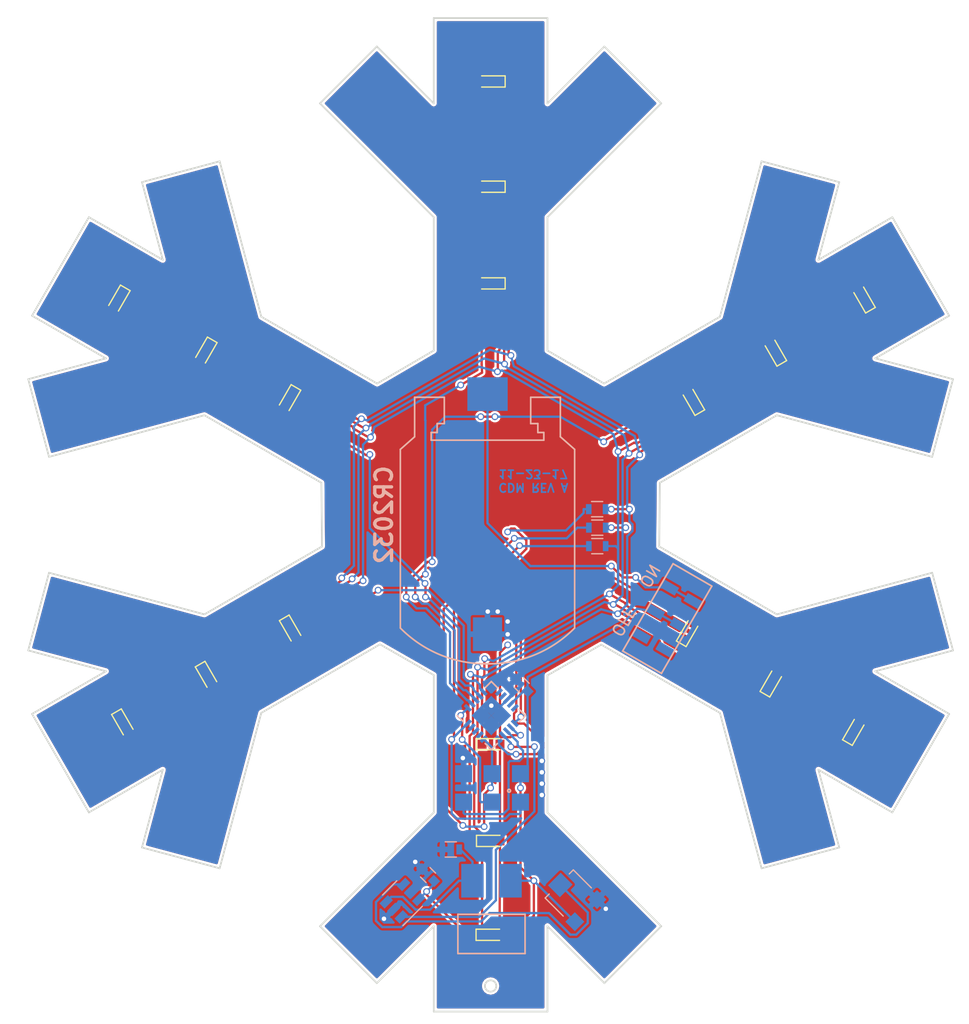
<source format=kicad_pcb>
(kicad_pcb (version 4) (host pcbnew 4.0.5+dfsg1-4)
  (layers (0 F.Cu signal) (31 B.Cu signal) (34 B.Paste user) (35 F.Paste user) (36 B.SilkS user) (37 F.SilkS user) (38 B.Mask user) (39 F.Mask user) (44 Edge.Cuts user))
  (net 0 "")
  (net 1 "Net-(BT1-Pad1)")
  (net 2 GND)
  (net 3 VCC)
  (net 4 SCK)
  (net 5 RST)
  (net 6 "Net-(R7-Pad2)")
  (net 7 "Net-(RV1-Pad2)")
  (net 8 INT0_AVR)
  (net 9 C1)
  (net 10 C2)
  (net 11 C3)
  (net 12 A1)
  (net 13 A2)
  (net 14 A3)
  (net 15 A4)
  (net 16 A5)
  (net 17 A6)
  (net 18 "Net-(D1-Pad1)")
  (net 19 "Net-(D10-Pad1)")
  (net 20 "Net-(D13-Pad1)")
  (module "MOD:GND VIA" (layer F.Cu) (at 142.367 130.683)
    (fp_text reference "" (at 0 0) (layer F.SilkS))
    (fp_text value "" (at 0 0) (layer F.SilkS))
    (pad 1 thru_hole circle (at 0 1.27) (size 0.6 0.6) (drill 0.4) (layers *.Cu) (net 2 GND))
  )
  (module "MOD:GND VIA" (layer F.Cu) (at 139.319 115.189)
    (fp_text reference "" (at 0 0) (layer F.SilkS))
    (fp_text value "" (at 0 0) (layer F.SilkS))
    (pad 1 thru_hole circle (at 0 1.27) (size 0.6 0.6) (drill 0.4) (layers *.Cu) (net 2 GND))
  )
  (module "MOD:GND VIA" (layer F.Cu) (at 138.43 114.3)
    (fp_text reference "" (at 0 0) (layer F.SilkS))
    (fp_text value "" (at 0 0) (layer F.SilkS))
    (pad 1 thru_hole circle (at 0 1.27) (size 0.6 0.6) (drill 0.4) (layers *.Cu) (net 2 GND))
  )
  (module "MOD:GND VIA" (layer F.Cu) (at 142.367 129.667)
    (fp_text reference "" (at 0 0) (layer F.SilkS))
    (fp_text value "" (at 0 0) (layer F.SilkS))
    (pad 1 thru_hole circle (at 0 1.27) (size 0.6 0.6) (drill 0.4) (layers *.Cu) (net 2 GND))
  )
  (module "MOD:GND VIA" (layer F.Cu) (at 142.367 128.651)
    (fp_text reference "" (at 0 0) (layer F.SilkS))
    (fp_text value "" (at 0 0) (layer F.SilkS))
    (pad 1 thru_hole circle (at 0 1.27) (size 0.6 0.6) (drill 0.4) (layers *.Cu) (net 2 GND))
  )
  (module MOD:CR2032HARWIN (layer B.Cu) (at 137.517862 126.200239)
    (fp_text reference BT1 hide)
    (fp_text value CR2032)
    (pad 2 smd rect (at 0 -8.6106) (size 2.6 3) (layers B.Cu B.Paste B.Mask) (net 2 GND))
    (pad 1 smd rect (at 0 -30.0482) (size 3.6 3) (layers B.Cu B.Paste B.Mask) (net 1 "Net-(BT1-Pad1)"))
  )
  (module LEDs:LED_0603 (layer F.Cu) (at 120.014584 117.254632 300)
    (fp_text reference D1 hide)
    (fp_text value LED)
    (pad 2 smd rect (at 0.8 0 120) (size 0.8 0.8) (layers F.Cu F.Paste F.Mask) (net 12 A1))
    (pad 1 smd rect (at -0.8 0 120) (size 0.8 0.8) (layers F.Cu F.Paste F.Mask) (net 18 "Net-(D1-Pad1)"))
  )
  (module Capacitors_SMD:C_0603 (layer B.Cu) (at 140.56667 122.15167 135)
    (fp_text reference C1 hide)
    (fp_text value C)
    (pad 2 smd rect (at 0.75 0 135) (size 0.8 0.75) (layers B.Cu B.Paste B.Mask) (net 2 GND))
    (pad 1 smd rect (at -0.75 0 135) (size 0.8 0.75) (layers B.Cu B.Paste B.Mask) (net 3 VCC))
  )
  (module Capacitors_SMD:C_0603 (layer B.Cu) (at 132.20658 139.098632 315)
    (fp_text reference C2 hide)
    (fp_text value C)
    (pad 2 smd rect (at 0.75 0 315) (size 0.8 0.75) (layers B.Cu B.Paste B.Mask) (net 3 VCC))
    (pad 1 smd rect (at -0.75 0 315) (size 0.8 0.75) (layers B.Cu B.Paste B.Mask) (net 2 GND))
  )
  (module LEDs:LED_0603 (layer F.Cu) (at 119.760581 96.680632 240)
    (fp_text reference D2 hide)
    (fp_text value LED)
    (pad 2 smd rect (at 0.8 0 60) (size 0.8 0.8) (layers F.Cu F.Paste F.Mask) (net 13 A2))
    (pad 1 smd rect (at -0.8 0 60) (size 0.8 0.8) (layers F.Cu F.Paste F.Mask) (net 18 "Net-(D1-Pad1)"))
  )
  (module LEDs:LED_0603 (layer F.Cu) (at 137.794578 86.266632 180)
    (fp_text reference D3 hide)
    (fp_text value LED)
    (pad 2 smd rect (at 0.8 0) (size 0.8 0.8) (layers F.Cu F.Paste F.Mask) (net 14 A3))
    (pad 1 smd rect (at -0.8 0) (size 0.8 0.8) (layers F.Cu F.Paste F.Mask) (net 18 "Net-(D1-Pad1)"))
  )
  (module LEDs:LED_0603 (layer F.Cu) (at 155.828579 96.680632 120)
    (fp_text reference D4 hide)
    (fp_text value LED)
    (pad 2 smd rect (at 0.8 0 300) (size 0.8 0.8) (layers F.Cu F.Paste F.Mask) (net 15 A4))
    (pad 1 smd rect (at -0.8 0 300) (size 0.8 0.8) (layers F.Cu F.Paste F.Mask) (net 18 "Net-(D1-Pad1)"))
  )
  (module LEDs:LED_0603 (layer F.Cu) (at 155.466579 117.323811 60)
    (fp_text reference D5 hide)
    (fp_text value LED)
    (pad 2 smd rect (at 0.8 0 240) (size 0.8 0.8) (layers F.Cu F.Paste F.Mask) (net 16 A5))
    (pad 1 smd rect (at -0.8 0 240) (size 0.8 0.8) (layers F.Cu F.Paste F.Mask) (net 18 "Net-(D1-Pad1)"))
  )
  (module LEDs:LED_0603 (layer F.Cu) (at 137.832582 127.41463)
    (fp_text reference D6 hide)
    (fp_text value LED)
    (pad 2 smd rect (at 0.8 0 180) (size 0.8 0.8) (layers F.Cu F.Paste F.Mask) (net 17 A6))
    (pad 1 smd rect (at -0.8 0 180) (size 0.8 0.8) (layers F.Cu F.Paste F.Mask) (net 18 "Net-(D1-Pad1)"))
  )
  (module LEDs:LED_0603 (layer F.Cu) (at 112.502581 121.38781 300)
    (fp_text reference D7 hide)
    (fp_text value LED)
    (pad 2 smd rect (at 0.8 0 120) (size 0.8 0.8) (layers F.Cu F.Paste F.Mask) (net 12 A1))
    (pad 1 smd rect (at -0.8 0 120) (size 0.8 0.8) (layers F.Cu F.Paste F.Mask) (net 19 "Net-(D10-Pad1)"))
  )
  (module LEDs:LED_0603 (layer F.Cu) (at 112.286583 92.43181 240)
    (fp_text reference D8 hide)
    (fp_text value LED)
    (pad 2 smd rect (at 0.8 0 60) (size 0.8 0.8) (layers F.Cu F.Paste F.Mask) (net 13 A2))
    (pad 1 smd rect (at -0.8 0 60) (size 0.8 0.8) (layers F.Cu F.Paste F.Mask) (net 19 "Net-(D10-Pad1)"))
  )
  (module LEDs:LED_0603 (layer F.Cu) (at 137.794581 77.630633 180)
    (fp_text reference D9 hide)
    (fp_text value LED)
    (pad 2 smd rect (at 0.8 0) (size 0.8 0.8) (layers F.Cu F.Paste F.Mask) (net 14 A3))
    (pad 1 smd rect (at -0.8 0) (size 0.8 0.8) (layers F.Cu F.Paste F.Mask) (net 19 "Net-(D10-Pad1)"))
  )
  (module LEDs:LED_0603 (layer F.Cu) (at 163.14878 92.283302 120)
    (fp_text reference D10 hide)
    (fp_text value LED)
    (pad 2 smd rect (at 0.8 0 300) (size 0.8 0.8) (layers F.Cu F.Paste F.Mask) (net 15 A4))
    (pad 1 smd rect (at -0.8 0 300) (size 0.8 0.8) (layers F.Cu F.Paste F.Mask) (net 19 "Net-(D10-Pad1)"))
  )
  (module LEDs:LED_0603 (layer F.Cu) (at 162.940584 121.826633 60)
    (fp_text reference D11 hide)
    (fp_text value LED)
    (pad 2 smd rect (at 0.8 0 240) (size 0.8 0.8) (layers F.Cu F.Paste F.Mask) (net 16 A5))
    (pad 1 smd rect (at -0.8 0 240) (size 0.8 0.8) (layers F.Cu F.Paste F.Mask) (net 19 "Net-(D10-Pad1)"))
  )
  (module LEDs:LED_0603 (layer F.Cu) (at 137.832581 136.050631)
    (fp_text reference D12 hide)
    (fp_text value LED)
    (pad 2 smd rect (at 0.8 0 180) (size 0.8 0.8) (layers F.Cu F.Paste F.Mask) (net 17 A6))
    (pad 1 smd rect (at -0.8 0 180) (size 0.8 0.8) (layers F.Cu F.Paste F.Mask) (net 19 "Net-(D10-Pad1)"))
  )
  (module LEDs:LED_0603 (layer F.Cu) (at 105.028579 125.636629 300)
    (fp_text reference D13 hide)
    (fp_text value LED)
    (pad 2 smd rect (at 0.8 0 120) (size 0.8 0.8) (layers F.Cu F.Paste F.Mask) (net 12 A1))
    (pad 1 smd rect (at -0.8 0 120) (size 0.8 0.8) (layers F.Cu F.Paste F.Mask) (net 20 "Net-(D13-Pad1)"))
  )
  (module LEDs:LED_0603 (layer F.Cu) (at 104.52058 87.790629 240)
    (fp_text reference D14 hide)
    (fp_text value LED)
    (pad 2 smd rect (at 0.8 0 60) (size 0.8 0.8) (layers F.Cu F.Paste F.Mask) (net 13 A2))
    (pad 1 smd rect (at -0.8 0 60) (size 0.8 0.8) (layers F.Cu F.Paste F.Mask) (net 20 "Net-(D13-Pad1)"))
  )
  (module LEDs:LED_0603 (layer F.Cu) (at 137.794578 68.23263 180)
    (fp_text reference D15 hide)
    (fp_text value LED)
    (pad 2 smd rect (at 0.8 0) (size 0.8 0.8) (layers F.Cu F.Paste F.Mask) (net 14 A3))
    (pad 1 smd rect (at -0.8 0) (size 0.8 0.8) (layers F.Cu F.Paste F.Mask) (net 20 "Net-(D13-Pad1)"))
  )
  (module LEDs:LED_0603 (layer F.Cu) (at 171.068584 87.536634 120)
    (fp_text reference D16 hide)
    (fp_text value LED)
    (pad 2 smd rect (at 0.8 0 300) (size 0.8 0.8) (layers F.Cu F.Paste F.Mask) (net 15 A4))
    (pad 1 smd rect (at -0.8 0 300) (size 0.8 0.8) (layers F.Cu F.Paste F.Mask) (net 20 "Net-(D13-Pad1)"))
  )
  (module LEDs:LED_0603 (layer F.Cu) (at 170.306578 126.144629 60)
    (fp_text reference D17 hide)
    (fp_text value LED)
    (pad 2 smd rect (at 0.8 0 240) (size 0.8 0.8) (layers F.Cu F.Paste F.Mask) (net 16 A5))
    (pad 1 smd rect (at -0.8 0 240) (size 0.8 0.8) (layers F.Cu F.Paste F.Mask) (net 20 "Net-(D13-Pad1)"))
  )
  (module LEDs:LED_0603 (layer F.Cu) (at 137.794581 144.432634)
    (fp_text reference D18 hide)
    (fp_text value LED)
    (pad 2 smd rect (at 0.8 0 180) (size 0.8 0.8) (layers F.Cu F.Paste F.Mask) (net 17 A6))
    (pad 1 smd rect (at -0.8 0 180) (size 0.8 0.8) (layers F.Cu F.Paste F.Mask) (net 20 "Net-(D13-Pad1)"))
  )
  (module "MOD:2.54 ICSP" (layer B.Cu) (at 137.922 127.508 180)
    (fp_text reference P1 hide)
    (fp_text value ICSP)
    (pad 2 connect rect (at -2.54 -2.54 180) (size 1.524 1.524) (layers B.Cu B.Mask) (net 3 VCC))
    (pad 4 connect rect (at 0 -2.54 180) (size 1.524 1.524) (layers B.Cu B.Mask) (net 10 C2))
    (pad 3 connect rect (at 0 -5.08 180) (size 1.524 1.524) (layers B.Cu B.Mask) (net 4 SCK))
    (pad 1 connect rect (at -2.54 -5.08 180) (size 1.524 1.524) (layers B.Cu B.Mask) (net 9 C1))
    (pad 6 connect rect (at 2.54 -2.54 180) (size 1.524 1.524) (layers B.Cu B.Mask) (net 2 GND))
    (pad 5 connect rect (at 2.54 -5.08 180) (size 1.524 1.524) (layers B.Cu B.Mask) (net 5 RST))
  )
  (module Resistors_SMD:R_0603 (layer B.Cu) (at 147.32 109.728)
    (fp_text reference R1 hide)
    (fp_text value R)
    (pad 1 smd rect (at -0.75 0) (size 0.5 0.9) (layers B.Cu B.Paste B.Mask) (net 9 C1))
    (pad 2 smd rect (at 0.75 0) (size 0.5 0.9) (layers B.Cu B.Paste B.Mask) (net 18 "Net-(D1-Pad1)"))
  )
  (module Resistors_SMD:R_0603 (layer B.Cu) (at 147.32 108.077)
    (fp_text reference R2 hide)
    (fp_text value R)
    (pad 1 smd rect (at -0.75 0) (size 0.5 0.9) (layers B.Cu B.Paste B.Mask) (net 10 C2))
    (pad 2 smd rect (at 0.75 0) (size 0.5 0.9) (layers B.Cu B.Paste B.Mask) (net 19 "Net-(D10-Pad1)"))
  )
  (module Resistors_SMD:R_0603 (layer B.Cu) (at 147.308 106.426)
    (fp_text reference R3 hide)
    (fp_text value R)
    (pad 1 smd rect (at -0.75 0) (size 0.5 0.9) (layers B.Cu B.Paste B.Mask) (net 11 C3))
    (pad 2 smd rect (at 0.75 0) (size 0.5 0.9) (layers B.Cu B.Paste B.Mask) (net 20 "Net-(D13-Pad1)"))
  )
  (module MOD:SMT_PHOTORESISTOR (layer B.Cu) (at 137.872582 139.606632 180)
    (fp_text reference R7 hide)
    (fp_text value R_PHOTO)
    (pad 1 smd rect (at -1.7 0 90) (size 3 2) (layers B.Cu B.Mask) (net 3 VCC))
    (pad 2 smd rect (at 1.7 0 90) (size 3 2) (layers B.Cu B.Mask) (net 6 "Net-(R7-Pad2)"))
  )
  (module Resistors_SMD:R_0603 (layer B.Cu) (at 134.238582 136.812629 180)
    (fp_text reference R8 hide)
    (fp_text value R)
    (pad 1 smd rect (at -0.75 0 180) (size 0.5 0.9) (layers B.Cu B.Paste B.Mask) (net 6 "Net-(R7-Pad2)"))
    (pad 2 smd rect (at 0.75 0 180) (size 0.5 0.9) (layers B.Cu B.Paste B.Mask) (net 2 GND))
  )
  (module Potentiometers:Potentiometer_Trimmer-EVM3E (layer B.Cu) (at 145.160579 141.130626 225)
    (fp_text reference RV1 hide)
    (fp_text value POT)
    (pad 1 smd rect (at -1.4 -1.62 225) (size 1.2 1.2) (layers B.Cu B.Paste B.Mask) (net 2 GND))
    (pad 3 smd rect (at 1.4 -1.62 225) (size 1.2 1.2) (layers B.Cu B.Paste B.Mask) (net 3 VCC))
    (pad 2 smd rect (at 0 1.62 225) (size 1.6 1.5) (layers B.Cu B.Paste B.Mask) (net 7 "Net-(RV1-Pad2)"))
  )
  (module MOD:JS102011JAQN_NO_DRILL (layer B.Cu) (at 149.857231 114.628487 240)
    (fp_text reference SW1 hide)
    (fp_text value Push_SW)
    (pad 3 smd rect (at 2 -5.25 240) (size 0.8 1.6) (layers B.Cu B.Paste B.Mask))
    (pad 2 smd rect (at -0.5 -5.25 240) (size 0.8 1.6) (layers B.Cu B.Paste B.Mask) (net 3 VCC))
    (pad 1 smd rect (at -3 -5.25 240) (size 0.8 1.6) (layers B.Cu B.Paste B.Mask) (net 1 "Net-(BT1-Pad1)"))
    (pad 3 smd rect (at 2 -2.75 240) (size 0.8 1.6) (layers B.Cu B.Paste B.Mask))
    (pad 2 smd rect (at -0.5 -2.75 240) (size 0.8 1.6) (layers B.Cu B.Paste B.Mask) (net 3 VCC))
    (pad 1 smd rect (at -3 -2.75 240) (size 0.8 1.6) (layers B.Cu B.Paste B.Mask) (net 1 "Net-(BT1-Pad1)"))
  )
  (module TO_SOT_Packages_SMD:SOT-23-5 (layer B.Cu) (at 129.92058 141.384631 45)
    (fp_text reference U1 hide)
    (fp_text value MCP6541T-I/LT)
    (pad 1 smd rect (at -1.1 0.95 45) (size 1.06 0.65) (layers B.Cu B.Paste B.Mask) (net 8 INT0_AVR))
    (pad 2 smd rect (at -1.1 0 45) (size 1.06 0.65) (layers B.Cu B.Paste B.Mask) (net 2 GND))
    (pad 3 smd rect (at -1.1 -0.95 45) (size 1.06 0.65) (layers B.Cu B.Paste B.Mask) (net 6 "Net-(R7-Pad2)"))
    (pad 4 smd rect (at 1.1 -0.95 45) (size 1.06 0.65) (layers B.Cu B.Paste B.Mask) (net 7 "Net-(RV1-Pad2)"))
    (pad 5 smd rect (at 1.1 0.95 45) (size 1.06 0.65) (layers B.Cu B.Paste B.Mask) (net 3 VCC))
  )
  (module Housings_DFN_QFN:QFN-20-1EP_4x4mm_Pitch0.5mm (layer B.Cu) (at 137.857428 124.857 315)
    (fp_text reference U2 hide)
    (fp_text value ATTINY24A-M)
    (pad 1 smd rect (at -1.965 1 315) (size 0.73 0.3) (layers B.Cu B.Paste B.Mask) (net 4 SCK))
    (pad 2 smd rect (at -1.965 0.5 315) (size 0.73 0.3) (layers B.Cu B.Paste B.Mask) (net 15 A4))
    (pad 3 smd rect (at -1.965 0 315) (size 0.73 0.3) (layers B.Cu B.Paste B.Mask) (net 14 A3))
    (pad 4 smd rect (at -1.965 -0.5 315) (size 0.73 0.3) (layers B.Cu B.Paste B.Mask) (net 13 A2))
    (pad 5 smd rect (at -1.965 -1 315) (size 0.73 0.3) (layers B.Cu B.Paste B.Mask) (net 12 A1))
    (pad 6 smd rect (at -1 -1.965 225) (size 0.73 0.3) (layers B.Cu B.Paste B.Mask))
    (pad 7 smd rect (at -0.5 -1.965 225) (size 0.73 0.3) (layers B.Cu B.Paste B.Mask))
    (pad 8 smd rect (at 0 -1.965 225) (size 0.73 0.3) (layers B.Cu B.Paste B.Mask) (net 2 GND))
    (pad 9 smd rect (at 0.5 -1.965 225) (size 0.73 0.3) (layers B.Cu B.Paste B.Mask) (net 3 VCC))
    (pad 10 smd rect (at 1 -1.965 225) (size 0.73 0.3) (layers B.Cu B.Paste B.Mask))
    (pad 11 smd rect (at 1.965 -1 315) (size 0.73 0.3) (layers B.Cu B.Paste B.Mask) (net 16 A5))
    (pad 12 smd rect (at 1.965 -0.5 315) (size 0.73 0.3) (layers B.Cu B.Paste B.Mask) (net 17 A6))
    (pad 13 smd rect (at 1.965 0 315) (size 0.73 0.3) (layers B.Cu B.Paste B.Mask) (net 5 RST))
    (pad 14 smd rect (at 1.965 0.5 315) (size 0.73 0.3) (layers B.Cu B.Paste B.Mask) (net 8 INT0_AVR))
    (pad 15 smd rect (at 1.965 1 315) (size 0.73 0.3) (layers B.Cu B.Paste B.Mask) (net 11 C3))
    (pad 16 smd rect (at 1 1.965 225) (size 0.73 0.3) (layers B.Cu B.Paste B.Mask) (net 10 C2))
    (pad 17 smd rect (at 0.5 1.965 225) (size 0.73 0.3) (layers B.Cu B.Paste B.Mask))
    (pad 18 smd rect (at 0 1.965 225) (size 0.73 0.3) (layers B.Cu B.Paste B.Mask))
    (pad 19 smd rect (at -0.5 1.965 225) (size 0.73 0.3) (layers B.Cu B.Paste B.Mask))
    (pad 20 smd rect (at -1 1.965 225) (size 0.73 0.3) (layers B.Cu B.Paste B.Mask) (net 9 C1))
    (pad 21 smd rect (at 0.625 -0.625 315) (size 1.25 1.25) (layers B.Cu B.Paste B.Mask) (net 2 GND))
    (pad 21 smd rect (at 0.625 0.625 315) (size 1.25 1.25) (layers B.Cu B.Paste B.Mask) (net 2 GND))
    (pad 21 smd rect (at -0.625 -0.625 315) (size 1.25 1.25) (layers B.Cu B.Paste B.Mask) (net 2 GND))
    (pad 21 smd rect (at -0.625 0.625 315) (size 1.25 1.25) (layers B.Cu B.Paste B.Mask) (net 2 GND))
  )
  (module "MOD:GND VIA" (layer F.Cu) (at 142.367 127.635)
    (fp_text reference "" (at 0 0) (layer F.SilkS))
    (fp_text value "" (at 0 0) (layer F.SilkS))
    (pad 1 thru_hole circle (at 0 1.27) (size 0.6 0.6) (drill 0.4) (layers *.Cu) (net 2 GND))
  )
  (gr_text "CDM REV A\n11-23-17" (at 141.605 103.886 180) (layer B.Cu) (effects (font (size 0.75 0.75)) (justify mirror)))
  (gr_text "OFF   ON" (at 150.749 114.554 240) (layer B.SilkS) (effects (font (size 1 1)) (justify mirror)))
  (gr_text CR2032 (at 128.27 106.934 90) (layer B.SilkS) (effects (font (size 1.5 1.5) (thickness 0.3)) (justify mirror)))
  (gr_circle (center 137.794578 149.00463) (end 137.794578 148.49663) (layer Edge.Cuts) (width 0.15))
  (gr_line (start 122.732379 109.761633) (end 122.681579 104.072029) (layer Edge.Cuts) (width 0.15))
  (gr_line (start 132.714581 92.261031) (end 127.659981 95.207434) (layer Edge.Cuts) (width 0.15))
  (gr_line (start 147.929179 95.207431) (end 142.874581 92.26103) (layer Edge.Cuts) (width 0.15))
  (gr_line (start 152.856781 109.761634) (end 152.907581 104.072031) (layer Edge.Cuts) (width 0.15))
  (gr_line (start 147.675184 118.524631) (end 142.874582 121.267834) (layer Edge.Cuts) (width 0.15))
  (gr_line (start 132.714582 121.24243) (end 127.913979 118.499232) (layer Edge.Cuts) (width 0.15))
  (gr_line (start 96.838389 89.149936) (end 101.918388 80.351116) (layer Edge.Cuts) (width 0.15))
  (gr_line (start 108.517502 84.16112) (end 106.658095 77.22171) (layer Edge.Cuts) (width 0.15))
  (gr_line (start 113.597502 75.362302) (end 117.316319 89.241117) (layer Edge.Cuts) (width 0.15))
  (gr_line (start 106.658095 77.22171) (end 113.597502 75.362302) (layer Edge.Cuts) (width 0.15))
  (gr_line (start 108.517502 84.16112) (end 101.918388 80.351116) (layer Edge.Cuts) (width 0.15))
  (gr_line (start 112.236322 98.039936) (end 122.681579 104.072029) (layer Edge.Cuts) (width 0.15))
  (gr_line (start 98.3575 101.758753) (end 112.236322 98.039936) (layer Edge.Cuts) (width 0.15))
  (gr_line (start 103.437503 92.959939) (end 96.498092 94.819342) (layer Edge.Cuts) (width 0.15))
  (gr_line (start 103.437503 92.959939) (end 96.838389 89.149936) (layer Edge.Cuts) (width 0.15))
  (gr_line (start 127.659981 95.207434) (end 117.316319 89.241117) (layer Edge.Cuts) (width 0.15))
  (gr_line (start 96.498092 94.819342) (end 98.3575 101.758753) (layer Edge.Cuts) (width 0.15))
  (gr_line (start 122.553229 70.191887) (end 132.713231 80.351882) (layer Edge.Cuts) (width 0.15))
  (gr_line (start 132.713231 70.191886) (end 127.633226 65.111882) (layer Edge.Cuts) (width 0.15))
  (gr_line (start 142.873233 70.191885) (end 142.873231 62.57189) (layer Edge.Cuts) (width 0.15))
  (gr_line (start 127.633226 65.111882) (end 122.553229 70.191887) (layer Edge.Cuts) (width 0.15))
  (gr_line (start 132.713231 70.191886) (end 132.71323 62.571885) (layer Edge.Cuts) (width 0.15))
  (gr_line (start 132.71323 62.571885) (end 142.873231 62.57189) (layer Edge.Cuts) (width 0.15))
  (gr_line (start 142.873233 70.191885) (end 147.953232 65.111883) (layer Edge.Cuts) (width 0.15))
  (gr_line (start 132.713231 80.351882) (end 132.714581 92.261031) (layer Edge.Cuts) (width 0.15))
  (gr_line (start 147.953232 65.111883) (end 153.033231 70.191888) (layer Edge.Cuts) (width 0.15))
  (gr_line (start 142.874581 92.26103) (end 142.873231 80.351885) (layer Edge.Cuts) (width 0.15))
  (gr_line (start 153.033231 70.191888) (end 142.873231 80.351885) (layer Edge.Cuts) (width 0.15))
  (gr_line (start 161.990561 75.362941) (end 158.271744 89.241756) (layer Edge.Cuts) (width 0.15))
  (gr_line (start 173.669676 80.351755) (end 178.749674 89.150573) (layer Edge.Cuts) (width 0.15))
  (gr_line (start 167.070563 84.161756) (end 168.929973 77.222344) (layer Edge.Cuts) (width 0.15))
  (gr_line (start 168.929973 77.222344) (end 161.990561 75.362941) (layer Edge.Cuts) (width 0.15))
  (gr_line (start 167.070563 84.161756) (end 173.669676 80.351755) (layer Edge.Cuts) (width 0.15))
  (gr_line (start 172.150565 92.960572) (end 178.749674 89.150573) (layer Edge.Cuts) (width 0.15))
  (gr_line (start 172.150565 92.960572) (end 179.089968 94.819985) (layer Edge.Cuts) (width 0.15))
  (gr_line (start 177.230561 101.759394) (end 163.351744 98.040573) (layer Edge.Cuts) (width 0.15))
  (gr_line (start 152.907581 104.072031) (end 163.351744 98.040573) (layer Edge.Cuts) (width 0.15))
  (gr_line (start 179.089968 94.819985) (end 177.230561 101.759394) (layer Edge.Cuts) (width 0.15))
  (gr_line (start 158.271744 89.241756) (end 147.929179 95.207431) (layer Edge.Cuts) (width 0.15))
  (gr_line (start 103.436748 120.900161) (end 96.497337 119.040757) (layer Edge.Cuts) (width 0.15))
  (gr_line (start 122.732379 109.761633) (end 112.235569 115.820163) (layer Edge.Cuts) (width 0.15))
  (gr_line (start 117.315565 124.618979) (end 127.913979 118.499232) (layer Edge.Cuts) (width 0.15))
  (gr_line (start 98.356747 112.101345) (end 112.235569 115.820163) (layer Edge.Cuts) (width 0.15))
  (gr_line (start 96.497337 119.040757) (end 98.356747 112.101345) (layer Edge.Cuts) (width 0.15))
  (gr_line (start 108.516748 129.698982) (end 101.917634 133.508984) (layer Edge.Cuts) (width 0.15))
  (gr_line (start 108.516748 129.698982) (end 106.657339 136.638393) (layer Edge.Cuts) (width 0.15))
  (gr_line (start 113.596748 138.497802) (end 117.315565 124.618979) (layer Edge.Cuts) (width 0.15))
  (gr_line (start 103.436748 120.900161) (end 96.837638 124.710162) (layer Edge.Cuts) (width 0.15))
  (gr_line (start 106.657339 136.638393) (end 113.596748 138.497802) (layer Edge.Cuts) (width 0.15))
  (gr_line (start 101.917634 133.508984) (end 96.837638 124.710162) (layer Edge.Cuts) (width 0.15))
  (gr_line (start 167.071155 129.700056) (end 173.670267 133.510053) (layer Edge.Cuts) (width 0.15))
  (gr_line (start 161.991158 138.498873) (end 158.272337 124.620056) (layer Edge.Cuts) (width 0.15))
  (gr_line (start 168.930564 136.639463) (end 161.991158 138.498873) (layer Edge.Cuts) (width 0.15))
  (gr_line (start 167.071155 129.700056) (end 168.930564 136.639463) (layer Edge.Cuts) (width 0.15))
  (gr_line (start 163.352338 115.821238) (end 152.856781 109.761634) (layer Edge.Cuts) (width 0.15))
  (gr_line (start 147.675184 118.524631) (end 158.272337 124.620056) (layer Edge.Cuts) (width 0.15))
  (gr_line (start 177.231155 112.102419) (end 163.352338 115.821238) (layer Edge.Cuts) (width 0.15))
  (gr_line (start 178.750264 124.711233) (end 173.670267 133.510053) (layer Edge.Cuts) (width 0.15))
  (gr_line (start 179.090562 119.041828) (end 177.231155 112.102419) (layer Edge.Cuts) (width 0.15))
  (gr_line (start 172.151155 120.901237) (end 179.090562 119.041828) (layer Edge.Cuts) (width 0.15))
  (gr_line (start 172.151155 120.901237) (end 178.750264 124.711233) (layer Edge.Cuts) (width 0.15))
  (gr_line (start 132.714582 143.670627) (end 132.714578 151.29063) (layer Edge.Cuts) (width 0.15))
  (gr_line (start 142.874577 133.51063) (end 142.874582 121.267834) (layer Edge.Cuts) (width 0.15))
  (gr_line (start 153.034579 143.67063) (end 142.874577 133.51063) (layer Edge.Cuts) (width 0.15))
  (gr_line (start 147.954583 148.750632) (end 153.034579 143.67063) (layer Edge.Cuts) (width 0.15))
  (gr_line (start 142.874578 143.670627) (end 147.954583 148.750632) (layer Edge.Cuts) (width 0.15))
  (gr_line (start 122.554579 143.670631) (end 132.71458 133.510633) (layer Edge.Cuts) (width 0.15))
  (gr_line (start 127.634581 148.75063) (end 122.554579 143.670631) (layer Edge.Cuts) (width 0.15))
  (gr_line (start 132.714582 143.670627) (end 127.634581 148.75063) (layer Edge.Cuts) (width 0.15))
  (gr_line (start 132.714582 121.24243) (end 132.71458 133.510633) (layer Edge.Cuts) (width 0.15))
  (gr_line (start 142.874579 151.290629) (end 132.714578 151.29063) (layer Edge.Cuts) (width 0.15))
  (gr_line (start 142.874578 143.670627) (end 142.874579 151.290629) (layer Edge.Cuts) (width 0.15))
  (segment (start 148.572922 111.506) (end 141.351 111.506) (width 0.2032) (layer B.Cu) (net 1))
  (segment (start 141.351 111.506) (end 137.517862 107.672862) (width 0.2032) (layer B.Cu) (net 1))
  (segment (start 137.517862 107.672862) (end 137.517862 96.152039) (width 0.2032) (layer B.Cu) (net 1))
  (segment (start 150.749 112.522) (end 149.588922 112.522) (width 0.2032) (layer F.Cu) (net 1))
  (segment (start 149.588922 112.522) (end 148.572922 111.506) (width 0.2032) (layer F.Cu) (net 1))
  (via (at 148.572922 111.506) (size 0.6) (drill 0.4) (layers F.Cu B.Cu) (net 1))
  (segment (start 153.738801 113.405411) (end 151.632411 113.405411) (width 0.2032) (layer B.Cu) (net 1))
  (segment (start 151.632411 113.405411) (end 150.749 112.522) (width 0.2032) (layer B.Cu) (net 1))
  (via (at 150.749 112.522) (size 0.6) (drill 0.4) (layers F.Cu B.Cu) (net 1))
  (segment (start 153.738801 113.405411) (end 155.903864 114.655411) (width 0.2032) (layer B.Cu) (net 1))
  (segment (start 147.296041 141.286189) (end 147.296041 141.327041) (width 0.2032) (layer B.Cu) (net 2))
  (segment (start 147.296041 141.327041) (end 148.082 142.113) (width 0.2032) (layer B.Cu) (net 2))
  (via (at 148.082 142.113) (size 0.6) (drill 0.4) (layers F.Cu B.Cu) (net 2))
  (segment (start 131.064 137.922) (end 128.27 140.716) (width 0.2032) (layer F.Cu) (net 2))
  (segment (start 128.27 140.716) (end 128.27 143.002) (width 0.2032) (layer F.Cu) (net 2))
  (segment (start 131.67625 138.568302) (end 131.67625 138.53425) (width 0.2032) (layer B.Cu) (net 2))
  (segment (start 131.67625 138.53425) (end 131.064 137.922) (width 0.2032) (layer B.Cu) (net 2))
  (via (at 131.064 137.922) (size 0.6) (drill 0.4) (layers F.Cu B.Cu) (net 2))
  (segment (start 129.142763 142.162448) (end 129.109552 142.162448) (width 0.2032) (layer B.Cu) (net 2))
  (segment (start 129.109552 142.162448) (end 128.27 143.002) (width 0.2032) (layer B.Cu) (net 2))
  (via (at 128.27 143.002) (size 0.6) (drill 0.4) (layers F.Cu B.Cu) (net 2))
  (segment (start 137.517862 117.589639) (end 137.517862 115.593138) (width 0.2032) (layer B.Cu) (net 2))
  (via (at 137.541 115.57) (size 0.6) (drill 0.4) (layers F.Cu B.Cu) (net 2))
  (segment (start 137.517862 115.593138) (end 137.541 115.57) (width 0.2032) (layer B.Cu) (net 2))
  (segment (start 137.517862 117.589639) (end 139.306639 117.589639) (width 0.2032) (layer B.Cu) (net 2))
  (segment (start 139.306639 117.589639) (end 139.319 117.602) (width 0.2032) (layer B.Cu) (net 2))
  (via (at 139.319 117.602) (size 0.6) (drill 0.4) (layers F.Cu B.Cu) (net 2))
  (via (at 137.857428 123.973117) (size 0.6) (drill 0.4) (layers F.Cu B.Cu) (net 2))
  (segment (start 139.246893 123.467535) (end 138.741311 123.973117) (width 0.2032) (layer B.Cu) (net 2))
  (segment (start 138.741311 123.973117) (end 138.741311 124.857) (width 0.2032) (layer B.Cu) (net 2))
  (segment (start 135.382 130.048) (end 135.382 128.716429) (width 0.2032) (layer B.Cu) (net 2))
  (segment (start 135.382 128.716429) (end 135.316571 128.651) (width 0.2032) (layer B.Cu) (net 2))
  (via (at 135.316571 128.651) (size 0.6) (drill 0.4) (layers F.Cu B.Cu) (net 2))
  (segment (start 141.097 122.682) (end 141.097 129.413) (width 0.2032) (layer B.Cu) (net 3))
  (segment (start 141.097 129.413) (end 140.462 130.048) (width 0.2032) (layer B.Cu) (net 3))
  (segment (start 141.097 122.682) (end 141.097 121.412) (width 0.2032) (layer B.Cu) (net 3))
  (segment (start 150.876 115.316) (end 152.488801 115.570474) (width 0.2032) (layer B.Cu) (net 3))
  (segment (start 149.479 116.713) (end 150.876 115.316) (width 0.2032) (layer B.Cu) (net 3))
  (segment (start 141.097 121.412) (end 149.479 116.713) (width 0.2032) (layer B.Cu) (net 3))
  (segment (start 131.370149 141.278565) (end 132.08 140.568714) (width 0.2032) (layer B.Cu) (net 3))
  (segment (start 132.08 140.568714) (end 132.73691 139.911804) (width 0.2032) (layer B.Cu) (net 3))
  (segment (start 141.656686 139.606632) (end 141.656686 142.719171) (width 0.2032) (layer F.Cu) (net 3))
  (segment (start 141.656686 142.719171) (end 139.238422 145.137435) (width 0.2032) (layer F.Cu) (net 3))
  (segment (start 139.238422 145.137435) (end 136.35074 145.137435) (width 0.2032) (layer F.Cu) (net 3))
  (segment (start 136.35074 145.137435) (end 132.08 140.866695) (width 0.2032) (layer F.Cu) (net 3))
  (segment (start 132.08 140.866695) (end 132.08 140.568714) (width 0.2032) (layer F.Cu) (net 3))
  (via (at 132.08 140.568714) (size 0.6) (drill 0.4) (layers F.Cu B.Cu) (net 3))
  (segment (start 140.462 131.318) (end 140.462 138.411946) (width 0.2032) (layer F.Cu) (net 3))
  (segment (start 140.462 138.411946) (end 141.656686 139.606632) (width 0.2032) (layer F.Cu) (net 3))
  (via (at 141.656686 139.606632) (size 0.6) (drill 0.4) (layers F.Cu B.Cu) (net 3))
  (segment (start 140.462 130.048) (end 140.462 131.318) (width 0.2032) (layer B.Cu) (net 3))
  (via (at 140.462 131.318) (size 0.6) (drill 0.4) (layers F.Cu B.Cu) (net 3))
  (segment (start 139.572582 139.606632) (end 141.656686 139.606632) (width 0.2032) (layer B.Cu) (net 3))
  (segment (start 141.656686 139.606632) (end 145.316142 143.266088) (width 0.2032) (layer B.Cu) (net 3))
  (segment (start 152.488801 115.570474) (end 154.653864 116.820474) (width 0.2032) (layer B.Cu) (net 3))
  (segment (start 139.600446 123.821089) (end 140.739535 122.682) (width 0.2032) (layer B.Cu) (net 3))
  (segment (start 140.739535 122.682) (end 141.097 122.682) (width 0.2032) (layer B.Cu) (net 3))
  (segment (start 132.73691 139.911804) (end 132.73691 139.628962) (width 0.2032) (layer B.Cu) (net 3))
  (segment (start 136.855199 132.486399) (end 136.855199 128.600199) (width 0.2032) (layer B.Cu) (net 4))
  (segment (start 136.9568 132.588) (end 136.855199 132.486399) (width 0.2032) (layer B.Cu) (net 4))
  (segment (start 137.922 132.588) (end 136.9568 132.588) (width 0.2032) (layer B.Cu) (net 4))
  (segment (start 135.128 124.841) (end 135.128 124.807498) (width 0.2032) (layer B.Cu) (net 4))
  (segment (start 135.128 124.807498) (end 135.760856 124.174642) (width 0.2032) (layer B.Cu) (net 4))
  (segment (start 135.255 127) (end 135.255 124.968) (width 0.2032) (layer F.Cu) (net 4))
  (segment (start 135.255 124.968) (end 135.128 124.841) (width 0.2032) (layer F.Cu) (net 4))
  (via (at 135.128 124.841) (size 0.6) (drill 0.4) (layers F.Cu B.Cu) (net 4))
  (segment (start 136.855199 128.600199) (end 135.255 127) (width 0.2032) (layer B.Cu) (net 4))
  (via (at 135.255 127) (size 0.6) (drill 0.4) (layers F.Cu B.Cu) (net 4))
  (segment (start 140.208 127.207572) (end 140.208 127.508) (width 0.2032) (layer B.Cu) (net 5))
  (segment (start 140.69059 127.99059) (end 140.69059 128.579994) (width 0.2032) (layer B.Cu) (net 5))
  (segment (start 140.208 127.508) (end 140.69059 127.99059) (width 0.2032) (layer B.Cu) (net 5))
  (segment (start 139.395199 129.042159) (end 139.395199 133.187443) (width 0.2032) (layer B.Cu) (net 5))
  (segment (start 140.69059 128.579994) (end 140.360332 128.910252) (width 0.2032) (layer B.Cu) (net 5))
  (segment (start 140.360332 128.910252) (end 139.527106 128.910252) (width 0.2032) (layer B.Cu) (net 5))
  (segment (start 139.527106 128.910252) (end 139.395199 129.042159) (width 0.2032) (layer B.Cu) (net 5))
  (segment (start 140.208 127.207572) (end 139.246893 126.246465) (width 0.2032) (layer B.Cu) (net 5))
  (segment (start 135.382 132.588) (end 135.382 133.5532) (width 0.2032) (layer B.Cu) (net 5))
  (segment (start 135.382 133.5532) (end 135.483601 133.654801) (width 0.2032) (layer B.Cu) (net 5))
  (segment (start 135.483601 133.654801) (end 138.927841 133.654801) (width 0.2032) (layer B.Cu) (net 5))
  (segment (start 138.927841 133.654801) (end 139.395199 133.187443) (width 0.2032) (layer B.Cu) (net 5))
  (segment (start 136.172582 139.606632) (end 136.172582 137.903432) (width 0.2032) (layer B.Cu) (net 6))
  (segment (start 136.172582 137.903432) (end 135.081779 136.812629) (width 0.2032) (layer B.Cu) (net 6))
  (segment (start 135.081779 136.812629) (end 134.988582 136.812629) (width 0.2032) (layer B.Cu) (net 6))
  (segment (start 128.471011 141.490697) (end 128.916487 141.045221) (width 0.2032) (layer B.Cu) (net 6))
  (segment (start 134.969382 139.606632) (end 136.172582 139.606632) (width 0.2032) (layer B.Cu) (net 6))
  (segment (start 128.916487 141.045221) (end 129.956205 141.045221) (width 0.2032) (layer B.Cu) (net 6))
  (segment (start 129.956205 141.045221) (end 131.098935 142.187951) (width 0.2032) (layer B.Cu) (net 6))
  (segment (start 131.098935 142.187951) (end 132.388063 142.187951) (width 0.2032) (layer B.Cu) (net 6))
  (segment (start 132.388063 142.187951) (end 134.969382 139.606632) (width 0.2032) (layer B.Cu) (net 6))
  (segment (start 144.015066 139.985113) (end 146.46948 142.439527) (width 0.2032) (layer B.Cu) (net 7))
  (segment (start 146.46948 142.439527) (end 146.46948 143.392346) (width 0.2032) (layer B.Cu) (net 7))
  (segment (start 130.29879 143.24061) (end 129.795814 143.743586) (width 0.2032) (layer B.Cu) (net 7))
  (segment (start 146.46948 143.392346) (end 145.4424 144.419426) (width 0.2032) (layer B.Cu) (net 7))
  (segment (start 145.4424 144.419426) (end 144.927426 144.419426) (width 0.2032) (layer B.Cu) (net 7))
  (segment (start 144.927426 144.419426) (end 143.002 142.494) (width 0.2032) (layer B.Cu) (net 7))
  (segment (start 143.002 142.494) (end 137.699004 142.494) (width 0.2032) (layer B.Cu) (net 7))
  (segment (start 129.13596 139.935062) (end 129.467027 139.935062) (width 0.2032) (layer B.Cu) (net 7))
  (segment (start 137.699004 142.494) (end 136.952394 143.24061) (width 0.2032) (layer B.Cu) (net 7))
  (segment (start 136.952394 143.24061) (end 130.29879 143.24061) (width 0.2032) (layer B.Cu) (net 7))
  (segment (start 129.795814 143.743586) (end 128.11648 143.743586) (width 0.2032) (layer B.Cu) (net 7))
  (segment (start 129.467027 139.935062) (end 130.026646 139.935062) (width 0.2032) (layer B.Cu) (net 7))
  (segment (start 128.11648 143.743586) (end 127.561625 143.188731) (width 0.2032) (layer B.Cu) (net 7))
  (segment (start 127.561625 143.188731) (end 127.561625 141.509397) (width 0.2032) (layer B.Cu) (net 7))
  (segment (start 127.561625 141.509397) (end 129.13596 139.935062) (width 0.2032) (layer B.Cu) (net 7))
  (segment (start 141.7018 127.635) (end 141.7018 133.420842) (width 0.2032) (layer B.Cu) (net 8))
  (segment (start 141.7018 133.420842) (end 138.267781 136.854861) (width 0.2032) (layer B.Cu) (net 8))
  (segment (start 138.267781 136.854861) (end 138.267781 141.350473) (width 0.2032) (layer B.Cu) (net 8))
  (segment (start 136.784054 142.8342) (end 129.814514 142.8342) (width 0.2032) (layer B.Cu) (net 8))
  (segment (start 138.267781 141.350473) (end 136.784054 142.8342) (width 0.2032) (layer B.Cu) (net 8))
  (segment (start 139.6032 127.651841) (end 141.684959 127.651841) (width 0.2032) (layer F.Cu) (net 8))
  (segment (start 141.684959 127.651841) (end 141.7018 127.635) (width 0.2032) (layer F.Cu) (net 8))
  (via (at 141.7018 127.635) (size 0.6) (drill 0.4) (layers F.Cu B.Cu) (net 8))
  (segment (start 138.893339 126.600018) (end 139.6032 127.309879) (width 0.2032) (layer B.Cu) (net 8))
  (segment (start 139.6032 127.309879) (end 139.6032 127.651841) (width 0.2032) (layer B.Cu) (net 8))
  (via (at 139.6032 127.651841) (size 0.6) (drill 0.4) (layers F.Cu B.Cu) (net 8))
  (segment (start 140.381659 109.681341) (end 134.523199 115.539801) (width 0.2032) (layer F.Cu) (net 9))
  (segment (start 134.523199 115.539801) (end 134.523199 126.777015) (width 0.2032) (layer F.Cu) (net 9))
  (segment (start 134.523199 126.777015) (end 134.315199 126.985015) (width 0.2032) (layer F.Cu) (net 9))
  (via (at 134.315199 126.985015) (size 0.6) (drill 0.4) (layers F.Cu B.Cu) (net 9))
  (segment (start 146.57 109.728) (end 140.428318 109.728) (width 0.2032) (layer B.Cu) (net 9))
  (segment (start 140.428318 109.728) (end 140.381659 109.681341) (width 0.2032) (layer B.Cu) (net 9))
  (via (at 140.381659 109.681341) (size 0.6) (drill 0.4) (layers F.Cu B.Cu) (net 9))
  (segment (start 140.360399 133.654801) (end 139.502591 133.654801) (width 0.2032) (layer B.Cu) (net 9))
  (segment (start 139.502591 133.654801) (end 139.096181 134.061211) (width 0.2032) (layer B.Cu) (net 9))
  (segment (start 139.096181 134.061211) (end 134.782569 134.061211) (width 0.2032) (layer B.Cu) (net 9))
  (segment (start 134.782569 134.061211) (end 134.315199 133.593841) (width 0.2032) (layer B.Cu) (net 9))
  (segment (start 140.462 132.588) (end 140.462 133.5532) (width 0.2032) (layer B.Cu) (net 9))
  (segment (start 140.462 133.5532) (end 140.360399 133.654801) (width 0.2032) (layer B.Cu) (net 9))
  (segment (start 134.315199 126.985015) (end 135.432052 125.868162) (width 0.2032) (layer B.Cu) (net 9))
  (segment (start 134.315199 133.593841) (end 134.315199 126.985015) (width 0.2032) (layer B.Cu) (net 9))
  (segment (start 135.432052 125.868162) (end 135.760856 125.539358) (width 0.2032) (layer B.Cu) (net 9))
  (segment (start 135.316569 134.666011) (end 133.604 132.953442) (width 0.2032) (layer F.Cu) (net 10))
  (segment (start 133.604 115.337045) (end 139.609402 109.331643) (width 0.2032) (layer F.Cu) (net 10))
  (segment (start 139.609402 109.331643) (end 139.909401 109.031644) (width 0.2032) (layer F.Cu) (net 10))
  (segment (start 133.604 132.953442) (end 133.604 115.337045) (width 0.2032) (layer F.Cu) (net 10))
  (segment (start 137.215584 134.775117) (end 135.425675 134.775117) (width 0.2032) (layer B.Cu) (net 10))
  (segment (start 135.425675 134.775117) (end 135.316569 134.666011) (width 0.2032) (layer B.Cu) (net 10))
  (via (at 135.316569 134.666011) (size 0.6) (drill 0.4) (layers F.Cu B.Cu) (net 10))
  (segment (start 137.795 131.318) (end 137.215584 131.897416) (width 0.2032) (layer F.Cu) (net 10))
  (segment (start 137.215584 131.897416) (end 137.215584 134.775117) (width 0.2032) (layer F.Cu) (net 10))
  (via (at 137.215584 134.775117) (size 0.6) (drill 0.4) (layers F.Cu B.Cu) (net 10))
  (segment (start 137.922 130.048) (end 137.922 131.191) (width 0.2032) (layer B.Cu) (net 10))
  (segment (start 137.922 131.191) (end 137.795 131.318) (width 0.2032) (layer B.Cu) (net 10))
  (via (at 137.795 131.318) (size 0.6) (drill 0.4) (layers F.Cu B.Cu) (net 10))
  (segment (start 145.542 108.077) (end 144.587356 109.031644) (width 0.2032) (layer B.Cu) (net 10))
  (segment (start 144.587356 109.031644) (end 139.909401 109.031644) (width 0.2032) (layer B.Cu) (net 10))
  (via (at 139.909401 109.031644) (size 0.6) (drill 0.4) (layers F.Cu B.Cu) (net 10))
  (segment (start 146.1168 108.077) (end 145.542 108.077) (width 0.2032) (layer B.Cu) (net 10))
  (segment (start 146.57 108.077) (end 146.1168 108.077) (width 0.2032) (layer B.Cu) (net 10))
  (segment (start 137.17507 126.953572) (end 137.922 127.700502) (width 0.2032) (layer B.Cu) (net 10))
  (segment (start 137.922 127.700502) (end 137.922 130.048) (width 0.2032) (layer B.Cu) (net 10))
  (segment (start 140.070027 128.305451) (end 141.926455 128.305451) (width 0.2032) (layer F.Cu) (net 11))
  (segment (start 141.926455 128.305451) (end 142.494 127.737906) (width 0.2032) (layer F.Cu) (net 11))
  (segment (start 140.08579 110.872316) (end 140.98646 109.971646) (width 0.2032) (layer F.Cu) (net 11))
  (segment (start 142.494 127.737906) (end 142.494 127.284296) (width 0.2032) (layer F.Cu) (net 11))
  (segment (start 142.494 127.284296) (end 140.782505 125.572801) (width 0.2032) (layer F.Cu) (net 11))
  (segment (start 140.201895 125.572801) (end 139.887399 125.258305) (width 0.2032) (layer F.Cu) (net 11))
  (segment (start 140.782505 125.572801) (end 140.201895 125.572801) (width 0.2032) (layer F.Cu) (net 11))
  (segment (start 139.887399 124.677695) (end 140.08579 124.479304) (width 0.2032) (layer F.Cu) (net 11))
  (segment (start 139.930864 108.158001) (end 139.618999 108.158001) (width 0.2032) (layer F.Cu) (net 11))
  (segment (start 139.887399 125.258305) (end 139.887399 124.677695) (width 0.2032) (layer F.Cu) (net 11))
  (segment (start 140.98646 109.213597) (end 139.930864 108.158001) (width 0.2032) (layer F.Cu) (net 11))
  (segment (start 140.08579 124.479304) (end 140.08579 110.872316) (width 0.2032) (layer F.Cu) (net 11))
  (segment (start 140.98646 109.971646) (end 140.98646 109.213597) (width 0.2032) (layer F.Cu) (net 11))
  (segment (start 139.618999 108.158001) (end 139.319 108.458) (width 0.2032) (layer F.Cu) (net 11))
  (segment (start 138.539786 126.953572) (end 138.539786 127.483533) (width 0.2032) (layer B.Cu) (net 11))
  (segment (start 138.539786 127.483533) (end 139.361704 128.305451) (width 0.2032) (layer B.Cu) (net 11))
  (segment (start 139.361704 128.305451) (end 140.070027 128.305451) (width 0.2032) (layer B.Cu) (net 11))
  (via (at 140.070027 128.305451) (size 0.6) (drill 0.4) (layers F.Cu B.Cu) (net 11))
  (segment (start 139.573 108.331) (end 139.446 108.331) (width 0.2032) (layer B.Cu) (net 11))
  (segment (start 139.446 108.331) (end 139.319 108.458) (width 0.2032) (layer B.Cu) (net 11))
  (via (at 139.319 108.458) (size 0.6) (drill 0.4) (layers F.Cu B.Cu) (net 11))
  (segment (start 144.526 108.331) (end 139.573 108.331) (width 0.2032) (layer B.Cu) (net 11))
  (segment (start 146.1048 106.7522) (end 144.526 108.331) (width 0.2032) (layer B.Cu) (net 11))
  (segment (start 146.1048 106.426) (end 146.1048 106.7522) (width 0.2032) (layer B.Cu) (net 11))
  (segment (start 146.558 106.426) (end 146.1048 106.426) (width 0.2032) (layer B.Cu) (net 11))
  (segment (start 136.444113 121.712113) (end 136.352138 121.712113) (width 0.2032) (layer B.Cu) (net 12))
  (segment (start 136.352138 121.712113) (end 136.287764 121.776487) (width 0.2032) (layer B.Cu) (net 12))
  (segment (start 136.287764 121.776487) (end 135.707154 121.776487) (width 0.2032) (layer B.Cu) (net 12))
  (segment (start 135.707154 121.776487) (end 135.392658 121.461991) (width 0.2032) (layer B.Cu) (net 12))
  (segment (start 136.846266 122.431624) (end 136.846266 122.114266) (width 0.2032) (layer B.Cu) (net 12))
  (segment (start 136.846266 122.114266) (end 136.444113 121.712113) (width 0.2032) (layer B.Cu) (net 12))
  (segment (start 135.392658 116.829342) (end 132.22297 113.659654) (width 0.2032) (layer B.Cu) (net 12))
  (segment (start 132.22297 113.659654) (end 127.746636 113.659654) (width 0.2032) (layer B.Cu) (net 12))
  (segment (start 137.17507 122.760428) (end 136.846266 122.431624) (width 0.2032) (layer B.Cu) (net 12))
  (segment (start 135.392658 121.461991) (end 135.392658 116.829342) (width 0.2032) (layer B.Cu) (net 12))
  (segment (start 120.414584 117.947452) (end 127.729318 113.724287) (width 0.2032) (layer F.Cu) (net 12))
  (segment (start 127.729318 113.724287) (end 127.746636 113.659654) (width 0.2032) (layer F.Cu) (net 12))
  (via (at 127.746636 113.659654) (size 0.6) (drill 0.4) (layers F.Cu B.Cu) (net 12))
  (segment (start 105.42858 126.329454) (end 112.902582 122.080634) (width 0.2032) (layer F.Cu) (net 12))
  (segment (start 112.902582 122.080634) (end 120.414583 117.947453) (width 0.2032) (layer F.Cu) (net 12))
  (segment (start 134.986248 117.079248) (end 132.334 114.427) (width 0.2032) (layer B.Cu) (net 13))
  (segment (start 131.980499 114.272501) (end 132.179501 114.272501) (width 0.2032) (layer B.Cu) (net 13))
  (segment (start 132.179501 114.272501) (end 132.334 114.427) (width 0.2032) (layer B.Cu) (net 13))
  (segment (start 131.936801 113.054854) (end 127.006396 108.124449) (width 0.2032) (layer B.Cu) (net 13))
  (segment (start 127.006396 108.124449) (end 127.006396 101.541478) (width 0.2032) (layer B.Cu) (net 13))
  (segment (start 131.980499 114.272501) (end 131.980499 113.098552) (width 0.2032) (layer F.Cu) (net 13))
  (segment (start 131.980499 113.098552) (end 131.936801 113.054854) (width 0.2032) (layer F.Cu) (net 13))
  (via (at 131.936801 113.054854) (size 0.6) (drill 0.4) (layers F.Cu B.Cu) (net 13))
  (segment (start 131.973064 114.265066) (end 131.980499 114.272501) (width 0.2032) (layer B.Cu) (net 13))
  (via (at 131.980499 114.272501) (size 0.6) (drill 0.4) (layers F.Cu B.Cu) (net 13))
  (segment (start 134.986248 121.630331) (end 134.986248 117.079248) (width 0.2032) (layer B.Cu) (net 13))
  (segment (start 136.271 122.563465) (end 136.271 122.428) (width 0.2032) (layer B.Cu) (net 13))
  (segment (start 136.271 122.428) (end 136.025897 122.182897) (width 0.2032) (layer B.Cu) (net 13))
  (segment (start 136.025897 122.182897) (end 135.538813 122.182896) (width 0.2032) (layer B.Cu) (net 13))
  (segment (start 135.538813 122.182896) (end 134.986248 121.630331) (width 0.2032) (layer B.Cu) (net 13))
  (segment (start 136.821517 123.113982) (end 136.271 122.563465) (width 0.2032) (layer B.Cu) (net 13))
  (segment (start 119.360581 97.373452) (end 126.715035 101.619548) (width 0.2032) (layer F.Cu) (net 13))
  (segment (start 126.715035 101.619548) (end 127.006396 101.541478) (width 0.2032) (layer F.Cu) (net 13))
  (via (at 127.006396 101.541478) (size 0.6) (drill 0.4) (layers F.Cu B.Cu) (net 13))
  (segment (start 104.12058 88.483449) (end 111.886585 93.124629) (width 0.2032) (layer F.Cu) (net 13))
  (segment (start 111.886585 93.124629) (end 119.360582 97.373451) (width 0.2032) (layer F.Cu) (net 13))
  (segment (start 135.126277 95.339988) (end 137.033 94.234) (width 0.2032) (layer F.Cu) (net 14))
  (segment (start 131.953 98.476845) (end 131.953 97.155) (width 0.2032) (layer B.Cu) (net 14))
  (segment (start 131.97121 112.233945) (end 131.97121 98.495055) (width 0.2032) (layer B.Cu) (net 14))
  (segment (start 131.97121 98.495055) (end 131.953 98.476845) (width 0.2032) (layer B.Cu) (net 14))
  (segment (start 131.064 114.264454) (end 131.064 113.032549) (width 0.2032) (layer F.Cu) (net 14))
  (segment (start 131.064 113.032549) (end 131.862604 112.233945) (width 0.2032) (layer F.Cu) (net 14))
  (segment (start 131.862604 112.233945) (end 131.97121 112.233945) (width 0.2032) (layer F.Cu) (net 14))
  (via (at 131.97121 112.233945) (size 0.6) (drill 0.4) (layers F.Cu B.Cu) (net 14))
  (segment (start 131.318 114.427) (end 131.064 114.264454) (width 0.2032) (layer B.Cu) (net 14))
  (via (at 131.064 114.264454) (size 0.6) (drill 0.4) (layers F.Cu B.Cu) (net 14))
  (segment (start 131.318 114.505108) (end 131.318 114.427) (width 0.2032) (layer B.Cu) (net 14))
  (segment (start 132.209552 114.877302) (end 131.690194 114.877302) (width 0.2032) (layer B.Cu) (net 14))
  (segment (start 131.690194 114.877302) (end 131.318 114.505108) (width 0.2032) (layer B.Cu) (net 14))
  (segment (start 132.554625 115.222375) (end 132.209552 114.877302) (width 0.2032) (layer B.Cu) (net 14))
  (segment (start 134.579838 117.247588) (end 132.554625 115.222375) (width 0.2032) (layer B.Cu) (net 14))
  (segment (start 134.579838 121.798671) (end 134.579838 117.247588) (width 0.2032) (layer B.Cu) (net 14))
  (segment (start 136.467963 123.467535) (end 135.589733 122.589305) (width 0.2032) (layer B.Cu) (net 14))
  (segment (start 135.589733 122.589305) (end 135.370472 122.589305) (width 0.2032) (layer B.Cu) (net 14))
  (segment (start 135.370472 122.589305) (end 134.579838 121.798671) (width 0.2032) (layer B.Cu) (net 14))
  (segment (start 136.994578 93.471687) (end 136.994578 86.266632) (width 0.2032) (layer F.Cu) (net 14))
  (via (at 135.126277 95.339988) (size 0.6) (drill 0.4) (layers F.Cu B.Cu) (net 14))
  (segment (start 131.953 97.155) (end 135.126277 95.339988) (width 0.2032) (layer B.Cu) (net 14))
  (segment (start 137.033 94.234) (end 136.994578 93.471687) (width 0.2032) (layer F.Cu) (net 14))
  (segment (start 136.99458 77.630629) (end 136.994583 68.232631) (width 0.2032) (layer F.Cu) (net 14))
  (segment (start 136.994582 86.266629) (end 136.99458 77.630629) (width 0.2032) (layer F.Cu) (net 14))
  (segment (start 144.018 98.171) (end 147.895723 100.405971) (width 0.2032) (layer B.Cu) (net 15))
  (via (at 147.895723 100.405971) (size 0.6) (drill 0.4) (layers F.Cu B.Cu) (net 15))
  (segment (start 147.917616 100.324268) (end 147.895723 100.405971) (width 0.2032) (layer F.Cu) (net 15))
  (segment (start 155.428578 95.987812) (end 147.917616 100.324268) (width 0.2032) (layer F.Cu) (net 15))
  (segment (start 135.698702 123.492285) (end 134.173428 121.967011) (width 0.2032) (layer B.Cu) (net 15))
  (segment (start 135.785606 123.492285) (end 135.698702 123.492285) (width 0.2032) (layer B.Cu) (net 15))
  (segment (start 135.785606 123.492285) (end 136.11441 123.821089) (width 0.2032) (layer B.Cu) (net 15))
  (segment (start 134.173428 121.967011) (end 134.173428 117.729) (width 0.2032) (layer B.Cu) (net 15))
  (segment (start 134.173428 117.729) (end 134.173428 117.415928) (width 0.2032) (layer B.Cu) (net 15))
  (segment (start 134.173428 117.415928) (end 132.26725 115.50975) (width 0.2032) (layer B.Cu) (net 15))
  (segment (start 131.188152 115.283712) (end 130.302 114.39756) (width 0.2032) (layer B.Cu) (net 15))
  (segment (start 132.041212 115.283712) (end 131.188152 115.283712) (width 0.2032) (layer B.Cu) (net 15))
  (segment (start 132.26725 115.50975) (end 132.041212 115.283712) (width 0.2032) (layer B.Cu) (net 15))
  (via (at 130.260797 114.264454) (size 0.6) (drill 0.4) (layers F.Cu B.Cu) (net 15))
  (segment (start 130.302 114.305657) (end 130.260797 114.264454) (width 0.2032) (layer B.Cu) (net 15))
  (segment (start 130.302 114.39756) (end 130.302 114.305657) (width 0.2032) (layer B.Cu) (net 15))
  (via (at 132.57601 111.125) (size 0.6) (drill 0.4) (layers F.Cu B.Cu) (net 15))
  (segment (start 132.185049 111.125) (end 132.57601 111.125) (width 0.2032) (layer F.Cu) (net 15))
  (segment (start 130.260797 113.049252) (end 132.185049 111.125) (width 0.2032) (layer F.Cu) (net 15))
  (segment (start 130.260797 114.264454) (end 130.260797 113.049252) (width 0.2032) (layer F.Cu) (net 15))
  (segment (start 132.57601 111.125) (end 132.57601 99.32599) (width 0.2032) (layer B.Cu) (net 15))
  (via (at 136.913062 98.171) (size 0.6) (drill 0.4) (layers F.Cu B.Cu) (net 15))
  (segment (start 133.731 98.171) (end 136.913062 98.171) (width 0.2032) (layer B.Cu) (net 15))
  (segment (start 132.57601 99.32599) (end 133.731 98.171) (width 0.2032) (layer B.Cu) (net 15))
  (via (at 138.176 98.171) (size 0.6) (drill 0.4) (layers F.Cu B.Cu) (net 15))
  (segment (start 136.913062 98.171) (end 138.176 98.171) (width 0.2032) (layer F.Cu) (net 15))
  (segment (start 138.176 98.171) (end 144.018 98.171) (width 0.2032) (layer B.Cu) (net 15))
  (segment (start 162.748779 91.59048) (end 170.613371 87.049862) (width 0.2032) (layer F.Cu) (net 15))
  (segment (start 170.613371 87.049862) (end 170.668579 86.843811) (width 0.2032) (layer F.Cu) (net 15))
  (segment (start 162.794582 91.669813) (end 155.428582 95.98781) (width 0.2032) (layer F.Cu) (net 15))
  (segment (start 148.517038 112.472783) (end 145.901195 112.472783) (width 0.2032) (layer F.Cu) (net 16))
  (segment (start 145.901195 112.472783) (end 140.516519 117.857459) (width 0.2032) (layer F.Cu) (net 16))
  (segment (start 140.4922 118.1402) (end 140.516519 118.115881) (width 0.2032) (layer F.Cu) (net 16))
  (segment (start 140.516519 118.115881) (end 140.516519 117.857459) (width 0.2032) (layer F.Cu) (net 16))
  (segment (start 140.4922 124.968) (end 140.4922 118.1402) (width 0.2032) (layer F.Cu) (net 16))
  (segment (start 139.954 125.539358) (end 139.954 125.5062) (width 0.2032) (layer B.Cu) (net 16))
  (via (at 140.4922 124.968) (size 0.6) (drill 0.4) (layers F.Cu B.Cu) (net 16))
  (segment (start 139.954 125.5062) (end 140.4922 124.968) (width 0.2032) (layer B.Cu) (net 16))
  (segment (start 155.866578 116.630991) (end 148.617654 112.445823) (width 0.2032) (layer F.Cu) (net 16))
  (segment (start 148.617654 112.445823) (end 148.517038 112.472783) (width 0.2032) (layer F.Cu) (net 16))
  (segment (start 170.706583 125.451812) (end 163.340581 121.133813) (width 0.2032) (layer F.Cu) (net 16))
  (segment (start 163.340581 121.133813) (end 155.866582 116.630993) (width 0.2032) (layer F.Cu) (net 16))
  (segment (start 139.573 126.786935) (end 138.657077 126.786935) (width 0.2032) (layer F.Cu) (net 17))
  (segment (start 138.657077 126.786935) (end 138.632582 126.81143) (width 0.2032) (layer F.Cu) (net 17))
  (segment (start 139.321063 118.547656) (end 138.632582 119.236135) (width 0.2032) (layer F.Cu) (net 17))
  (segment (start 138.632582 119.236135) (end 138.632582 126.81143) (width 0.2032) (layer F.Cu) (net 17))
  (segment (start 138.632582 126.81143) (end 138.632582 127.41463) (width 0.2032) (layer F.Cu) (net 17))
  (segment (start 140.468373 126.612627) (end 139.747308 126.612627) (width 0.2032) (layer F.Cu) (net 17))
  (segment (start 139.747308 126.612627) (end 139.573 126.786935) (width 0.2032) (layer F.Cu) (net 17))
  (segment (start 139.600446 125.892911) (end 140.320162 126.612627) (width 0.2032) (layer B.Cu) (net 17))
  (segment (start 140.320162 126.612627) (end 140.468373 126.612627) (width 0.2032) (layer B.Cu) (net 17))
  (via (at 140.468373 126.612627) (size 0.6) (drill 0.4) (layers F.Cu B.Cu) (net 17))
  (via (at 139.321063 118.547656) (size 0.6) (drill 0.4) (layers F.Cu B.Cu) (net 17))
  (segment (start 138.63258 127.414632) (end 138.632578 136.05063) (width 0.2032) (layer F.Cu) (net 17))
  (segment (start 138.632578 136.05063) (end 138.594581 144.432631) (width 0.2032) (layer F.Cu) (net 17))
  (segment (start 148.971 109.728) (end 149.177723 109.934723) (width 0.2032) (layer B.Cu) (net 18))
  (segment (start 149.177723 109.934723) (end 149.177723 113.229694) (width 0.2032) (layer B.Cu) (net 18))
  (segment (start 149.177723 113.229694) (end 149.177721 113.229696) (width 0.2032) (layer B.Cu) (net 18))
  (segment (start 149.177722 101.27859) (end 149.177721 113.229696) (width 0.2032) (layer B.Cu) (net 18))
  (segment (start 149.177721 113.229696) (end 148.407391 114.000025) (width 0.2032) (layer B.Cu) (net 18))
  (segment (start 148.07 109.728) (end 148.971 109.728) (width 0.2032) (layer B.Cu) (net 18))
  (segment (start 148.407391 114.000025) (end 138.044678 119.982941) (width 0.2032) (layer B.Cu) (net 18))
  (segment (start 138.044678 119.982941) (end 137.267461 119.774686) (width 0.2032) (layer B.Cu) (net 18))
  (segment (start 139.254232 94.249093) (end 148.765587 99.740476) (width 0.2032) (layer B.Cu) (net 18))
  (segment (start 148.765587 99.740476) (end 149.177722 101.27859) (width 0.2032) (layer B.Cu) (net 18))
  (segment (start 139.203883 94.262584) (end 139.254232 94.249093) (width 0.2032) (layer B.Cu) (net 18))
  (segment (start 138.406862 94.148833) (end 138.816668 94.039027) (width 0.2032) (layer B.Cu) (net 18))
  (segment (start 138.816668 94.039027) (end 139.203883 94.262584) (width 0.2032) (layer B.Cu) (net 18))
  (segment (start 138.406862 94.148833) (end 136.749158 93.704654) (width 0.2032) (layer B.Cu) (net 18))
  (segment (start 136.749158 93.704654) (end 127.416794 99.092696) (width 0.2032) (layer B.Cu) (net 18))
  (segment (start 127.416794 99.092696) (end 127.264967 99.659323) (width 0.2032) (layer B.Cu) (net 18))
  (segment (start 127.264967 99.659323) (end 127.140224 99.731345) (width 0.2032) (layer B.Cu) (net 18))
  (segment (start 127.140224 99.731345) (end 127.067831 100.001513) (width 0.2032) (layer B.Cu) (net 18))
  (segment (start 126.401594 112.819875) (end 126.401595 100.66775) (width 0.2032) (layer B.Cu) (net 18))
  (segment (start 126.401595 100.66775) (end 127.067831 100.001513) (width 0.2032) (layer B.Cu) (net 18))
  (segment (start 149.861142 115.011269) (end 149.806646 114.807886) (width 0.2032) (layer F.Cu) (net 18))
  (segment (start 149.806646 114.807886) (end 148.407391 114.000025) (width 0.2032) (layer F.Cu) (net 18))
  (via (at 148.407391 114.000025) (size 0.6) (drill 0.4) (layers F.Cu B.Cu) (net 18))
  (segment (start 150.84538 100.559854) (end 150.597874 100.493536) (width 0.2032) (layer F.Cu) (net 18))
  (segment (start 150.597874 100.493536) (end 149.218975 101.289645) (width 0.2032) (layer F.Cu) (net 18))
  (segment (start 149.218975 101.289645) (end 149.177722 101.27859) (width 0.2032) (layer F.Cu) (net 18))
  (via (at 149.177722 101.27859) (size 0.6) (drill 0.4) (layers F.Cu B.Cu) (net 18))
  (segment (start 138.594581 92.195983) (end 138.437062 92.353502) (width 0.2032) (layer F.Cu) (net 18))
  (segment (start 138.437062 92.353502) (end 138.437061 94.118636) (width 0.2032) (layer F.Cu) (net 18))
  (segment (start 138.437061 94.118636) (end 138.406862 94.148833) (width 0.2032) (layer F.Cu) (net 18))
  (via (at 138.406862 94.148833) (size 0.6) (drill 0.4) (layers F.Cu B.Cu) (net 18))
  (segment (start 125.489295 99.081606) (end 125.527433 99.223942) (width 0.2032) (layer F.Cu) (net 18))
  (segment (start 125.527433 99.223942) (end 126.935597 100.036946) (width 0.2032) (layer F.Cu) (net 18))
  (segment (start 126.935597 100.036946) (end 127.067831 100.001513) (width 0.2032) (layer F.Cu) (net 18))
  (via (at 127.067831 100.001513) (size 0.6) (drill 0.4) (layers F.Cu B.Cu) (net 18))
  (segment (start 124.96805 113.470984) (end 125.135658 113.515892) (width 0.2032) (layer F.Cu) (net 18))
  (segment (start 125.135658 113.515892) (end 126.36034 112.80882) (width 0.2032) (layer F.Cu) (net 18))
  (via (at 126.401594 112.819875) (size 0.6) (drill 0.4) (layers F.Cu B.Cu) (net 18))
  (segment (start 126.36034 112.80882) (end 126.401594 112.819875) (width 0.2032) (layer F.Cu) (net 18))
  (segment (start 137.032581 121.478394) (end 137.237261 121.273716) (width 0.2032) (layer F.Cu) (net 18))
  (segment (start 137.237261 121.273716) (end 137.23726 119.804884) (width 0.2032) (layer F.Cu) (net 18))
  (segment (start 137.23726 119.804884) (end 137.267461 119.774686) (width 0.2032) (layer F.Cu) (net 18))
  (via (at 137.267461 119.774686) (size 0.6) (drill 0.4) (layers F.Cu B.Cu) (net 18))
  (segment (start 155.06658 118.016632) (end 150.521054 115.392272) (width 0.2032) (layer F.Cu) (net 18))
  (segment (start 150.521054 115.392272) (end 149.861142 115.011269) (width 0.2032) (layer F.Cu) (net 18))
  (segment (start 137.03258 127.41463) (end 137.032581 121.478394) (width 0.2032) (layer F.Cu) (net 18))
  (segment (start 150.84538 100.559854) (end 150.841604 100.562028) (width 0.2032) (layer F.Cu) (net 18))
  (segment (start 150.955361 100.496352) (end 150.84538 100.559854) (width 0.2032) (layer F.Cu) (net 18))
  (segment (start 155.358544 97.954174) (end 150.955361 100.496352) (width 0.2032) (layer F.Cu) (net 18))
  (segment (start 155.706196 97.675053) (end 155.383398 97.861419) (width 0.2032) (layer F.Cu) (net 18))
  (segment (start 155.383398 97.861419) (end 155.358544 97.954174) (width 0.2032) (layer F.Cu) (net 18))
  (segment (start 138.594579 91.318285) (end 138.594581 92.195983) (width 0.2032) (layer F.Cu) (net 18))
  (segment (start 122.843177 97.553867) (end 125.489295 99.081606) (width 0.2032) (layer F.Cu) (net 18))
  (segment (start 121.681423 115.368522) (end 124.96805 113.470984) (width 0.2032) (layer F.Cu) (net 18))
  (segment (start 156.22858 97.373453) (end 155.706196 97.675053) (width 0.2032) (layer F.Cu) (net 18))
  (segment (start 138.594579 91.318285) (end 138.584578 91.328286) (width 0.2032) (layer F.Cu) (net 18))
  (segment (start 138.594578 86.266632) (end 138.594579 91.318285) (width 0.2032) (layer F.Cu) (net 18))
  (segment (start 120.688439 96.309828) (end 122.843177 97.553867) (width 0.2032) (layer F.Cu) (net 18))
  (segment (start 120.160578 95.987811) (end 120.682968 96.28941) (width 0.2032) (layer F.Cu) (net 18))
  (segment (start 120.682968 96.28941) (end 120.688439 96.309828) (width 0.2032) (layer F.Cu) (net 18))
  (segment (start 119.614579 116.561811) (end 121.681423 115.368522) (width 0.2032) (layer F.Cu) (net 18))
  (segment (start 149.584131 107.971869) (end 149.584131 114.096621) (width 0.2032) (layer B.Cu) (net 19))
  (segment (start 149.584131 114.096621) (end 148.749801 114.930954) (width 0.2032) (layer B.Cu) (net 19))
  (segment (start 150.155134 101.447515) (end 149.584132 102.018518) (width 0.2032) (layer B.Cu) (net 19))
  (segment (start 149.584132 102.018518) (end 149.584131 107.971869) (width 0.2032) (layer B.Cu) (net 19))
  (segment (start 149.584131 107.971869) (end 149.584131 107.971869) (width 0.2032) (layer B.Cu) (net 19))
  (segment (start 149.584131 107.971869) (end 149.754869 107.971869) (width 0.2032) (layer B.Cu) (net 19))
  (segment (start 149.754869 107.971869) (end 149.86 108.077) (width 0.2032) (layer B.Cu) (net 19))
  (segment (start 148.572922 108.077) (end 149.86 108.077) (width 0.2032) (layer F.Cu) (net 19))
  (via (at 149.86 108.077) (size 0.6) (drill 0.4) (layers F.Cu B.Cu) (net 19))
  (segment (start 148.07 108.077) (end 148.572922 108.077) (width 0.2032) (layer B.Cu) (net 19))
  (via (at 148.572922 108.077) (size 0.6) (drill 0.4) (layers F.Cu B.Cu) (net 19))
  (segment (start 147.969798 114.721952) (end 137.497103 120.768365) (width 0.2032) (layer B.Cu) (net 19))
  (segment (start 137.497103 120.768365) (end 136.632462 120.536687) (width 0.2032) (layer B.Cu) (net 19))
  (segment (start 148.749801 114.930954) (end 147.969798 114.721952) (width 0.2032) (layer B.Cu) (net 19))
  (segment (start 136.62617 121.06463) (end 136.626171 120.542975) (width 0.2032) (layer F.Cu) (net 19))
  (segment (start 136.626171 120.542975) (end 136.632462 120.536687) (width 0.2032) (layer F.Cu) (net 19))
  (via (at 136.632462 120.536687) (size 0.6) (drill 0.4) (layers F.Cu B.Cu) (net 19))
  (segment (start 136.626172 126.551042) (end 136.62617 121.06463) (width 0.2032) (layer F.Cu) (net 19))
  (segment (start 137.032579 136.050632) (end 137.032583 135.447433) (width 0.2032) (layer F.Cu) (net 19))
  (segment (start 137.032583 135.447433) (end 136.327781 134.74263) (width 0.2032) (layer F.Cu) (net 19))
  (segment (start 136.327781 134.74263) (end 136.327782 126.849434) (width 0.2032) (layer F.Cu) (net 19))
  (segment (start 136.327782 126.849434) (end 136.626172 126.551042) (width 0.2032) (layer F.Cu) (net 19))
  (segment (start 139.04186 93.459636) (end 139.152836 93.523708) (width 0.2032) (layer B.Cu) (net 19))
  (segment (start 139.152836 93.523708) (end 139.215461 93.757428) (width 0.2032) (layer B.Cu) (net 19))
  (segment (start 139.215461 93.757428) (end 149.719573 99.821979) (width 0.2032) (layer B.Cu) (net 19))
  (segment (start 149.719573 99.821979) (end 150.155134 101.447515) (width 0.2032) (layer B.Cu) (net 19))
  (segment (start 126.661919 99.180574) (end 127.029342 98.968441) (width 0.2032) (layer B.Cu) (net 19))
  (segment (start 127.029342 98.968441) (end 127.067804 98.824905) (width 0.2032) (layer B.Cu) (net 19))
  (segment (start 127.067804 98.824905) (end 137.210608 92.968952) (width 0.2032) (layer B.Cu) (net 19))
  (segment (start 137.210608 92.968952) (end 138.632056 93.34983) (width 0.2032) (layer B.Cu) (net 19))
  (segment (start 138.632056 93.34983) (end 139.04186 93.459636) (width 0.2032) (layer B.Cu) (net 19))
  (segment (start 125.424185 112.65095) (end 125.995183 112.079948) (width 0.2032) (layer B.Cu) (net 19))
  (segment (start 125.995183 112.079948) (end 125.995183 99.847308) (width 0.2032) (layer B.Cu) (net 19))
  (segment (start 125.995183 99.847308) (end 126.36192 99.480573) (width 0.2032) (layer B.Cu) (net 19))
  (segment (start 126.36192 99.480573) (end 126.661919 99.180574) (width 0.2032) (layer B.Cu) (net 19))
  (segment (start 149.130014 115.058434) (end 148.858679 114.901779) (width 0.2032) (layer F.Cu) (net 19))
  (segment (start 148.858679 114.901779) (end 148.749801 114.930954) (width 0.2032) (layer F.Cu) (net 19))
  (via (at 148.749801 114.930954) (size 0.6) (drill 0.4) (layers F.Cu B.Cu) (net 19))
  (segment (start 150.626878 101.155284) (end 150.161433 101.42401) (width 0.2032) (layer F.Cu) (net 19))
  (segment (start 150.161433 101.42401) (end 150.155134 101.447515) (width 0.2032) (layer F.Cu) (net 19))
  (via (at 150.155134 101.447515) (size 0.6) (drill 0.4) (layers F.Cu B.Cu) (net 19))
  (segment (start 139.000991 92.805569) (end 139.000991 93.418767) (width 0.2032) (layer F.Cu) (net 19))
  (segment (start 139.000991 93.418767) (end 139.04186 93.459636) (width 0.2032) (layer F.Cu) (net 19))
  (via (at 139.04186 93.459636) (size 0.6) (drill 0.4) (layers F.Cu B.Cu) (net 19))
  (segment (start 126.15444 98.996347) (end 126.533248 99.21505) (width 0.2032) (layer F.Cu) (net 19))
  (segment (start 126.533248 99.21505) (end 126.661919 99.180574) (width 0.2032) (layer F.Cu) (net 19))
  (via (at 126.661919 99.180574) (size 0.6) (drill 0.4) (layers F.Cu B.Cu) (net 19))
  (segment (start 125.130273 112.908041) (end 125.396478 112.754347) (width 0.2032) (layer F.Cu) (net 19))
  (segment (start 125.396478 112.754347) (end 125.424185 112.65095) (width 0.2032) (layer F.Cu) (net 19))
  (via (at 125.424185 112.65095) (size 0.6) (drill 0.4) (layers F.Cu B.Cu) (net 19))
  (segment (start 162.018193 122.217853) (end 162.004338 122.166144) (width 0.2032) (layer F.Cu) (net 19))
  (segment (start 162.54058 122.519456) (end 162.018193 122.217853) (width 0.2032) (layer F.Cu) (net 19))
  (segment (start 162.004338 122.166144) (end 156.5059 118.991617) (width 0.2032) (layer F.Cu) (net 19))
  (segment (start 156.5059 118.991617) (end 156.285931 118.864616) (width 0.2032) (layer F.Cu) (net 19))
  (segment (start 154.156598 118.305086) (end 154.097235 118.083545) (width 0.2032) (layer F.Cu) (net 19))
  (segment (start 155.493501 119.076946) (end 154.156598 118.305086) (width 0.2032) (layer F.Cu) (net 19))
  (segment (start 156.285931 118.864616) (end 155.493501 119.076946) (width 0.2032) (layer F.Cu) (net 19))
  (segment (start 154.019221 118.038507) (end 153.969366 117.852436) (width 0.2032) (layer F.Cu) (net 19))
  (segment (start 154.097235 118.083545) (end 154.019221 118.038507) (width 0.2032) (layer F.Cu) (net 19))
  (segment (start 153.969366 117.852436) (end 150.645817 115.933584) (width 0.2032) (layer F.Cu) (net 19))
  (segment (start 150.645817 115.933584) (end 149.130014 115.058434) (width 0.2032) (layer F.Cu) (net 19))
  (segment (start 155.566856 98.303187) (end 150.626878 101.155284) (width 0.2032) (layer F.Cu) (net 19))
  (segment (start 139.000991 91.486618) (end 139.000991 92.805569) (width 0.2032) (layer F.Cu) (net 19))
  (segment (start 123.046385 97.201907) (end 126.15444 98.996347) (width 0.2032) (layer F.Cu) (net 19))
  (segment (start 120.60807 115.518938) (end 125.130273 112.908041) (width 0.2032) (layer F.Cu) (net 19))
  (segment (start 157.696866 96.460497) (end 157.418214 97.500452) (width 0.2032) (layer F.Cu) (net 19))
  (segment (start 157.418214 97.500452) (end 155.881712 98.387551) (width 0.2032) (layer F.Cu) (net 19))
  (segment (start 155.881712 98.387551) (end 155.566856 98.303187) (width 0.2032) (layer F.Cu) (net 19))
  (segment (start 163.594581 93.05545) (end 157.696866 96.460497) (width 0.2032) (layer F.Cu) (net 19))
  (segment (start 139.299382 86.803479) (end 139.00099 87.101868) (width 0.2032) (layer F.Cu) (net 19))
  (segment (start 139.00099 87.101868) (end 139.000991 91.486618) (width 0.2032) (layer F.Cu) (net 19))
  (segment (start 138.584578 84.724288) (end 139.29938 85.439088) (width 0.2032) (layer F.Cu) (net 19))
  (segment (start 139.29938 85.439088) (end 139.299382 86.803479) (width 0.2032) (layer F.Cu) (net 19))
  (segment (start 138.584575 78.243838) (end 138.584578 84.724288) (width 0.2032) (layer F.Cu) (net 19))
  (segment (start 138.594583 77.63063) (end 138.594582 78.233832) (width 0.2032) (layer F.Cu) (net 19))
  (segment (start 138.594582 78.233832) (end 138.584575 78.243838) (width 0.2032) (layer F.Cu) (net 19))
  (segment (start 121.374599 96.236703) (end 123.046385 97.201907) (width 0.2032) (layer F.Cu) (net 19))
  (segment (start 118.825698 95.283408) (end 119.866907 95.004422) (width 0.2032) (layer F.Cu) (net 19))
  (segment (start 119.866907 95.004422) (end 121.259906 95.808672) (width 0.2032) (layer F.Cu) (net 19))
  (segment (start 121.259906 95.808672) (end 121.374599 96.236703) (width 0.2032) (layer F.Cu) (net 19))
  (segment (start 112.686579 91.738986) (end 118.825698 95.283408) (width 0.2032) (layer F.Cu) (net 19))
  (segment (start 120.246371 115.727765) (end 120.60807 115.518938) (width 0.2032) (layer F.Cu) (net 19))
  (segment (start 112.102582 120.694991) (end 118.511247 116.994945) (width 0.2032) (layer F.Cu) (net 19))
  (segment (start 118.511247 116.994945) (end 118.704597 116.273354) (width 0.2032) (layer F.Cu) (net 19))
  (segment (start 118.704597 116.273354) (end 119.83876 115.618545) (width 0.2032) (layer F.Cu) (net 19))
  (segment (start 119.83876 115.618545) (end 120.246371 115.727765) (width 0.2032) (layer F.Cu) (net 19))
  (segment (start 149.990541 108.841565) (end 149.990541 114.92332) (width 0.2032) (layer B.Cu) (net 20))
  (segment (start 149.990541 114.92332) (end 149.990543 114.923322) (width 0.2032) (layer B.Cu) (net 20))
  (segment (start 150.188932 106.426) (end 150.188932 107.510826) (width 0.2032) (layer B.Cu) (net 20))
  (segment (start 150.188932 107.510826) (end 150.464801 107.786695) (width 0.2032) (layer B.Cu) (net 20))
  (segment (start 150.464801 107.786695) (end 150.464801 108.367305) (width 0.2032) (layer B.Cu) (net 20))
  (segment (start 150.464801 108.367305) (end 149.990541 108.841565) (width 0.2032) (layer B.Cu) (net 20))
  (segment (start 151.108841 101.575386) (end 149.990541 102.693683) (width 0.2032) (layer B.Cu) (net 20))
  (segment (start 149.990541 102.693683) (end 149.990541 106.227609) (width 0.2032) (layer B.Cu) (net 20))
  (segment (start 149.990541 106.227609) (end 150.188932 106.426) (width 0.2032) (layer B.Cu) (net 20))
  (segment (start 148.572922 106.426) (end 150.188932 106.426) (width 0.2032) (layer F.Cu) (net 20))
  (via (at 150.188932 106.426) (size 0.6) (drill 0.4) (layers F.Cu B.Cu) (net 20))
  (segment (start 148.058 106.426) (end 148.572922 106.426) (width 0.2032) (layer B.Cu) (net 20))
  (via (at 148.572922 106.426) (size 0.6) (drill 0.4) (layers F.Cu B.Cu) (net 20))
  (segment (start 147.662227 115.36881) (end 137.09977 121.467048) (width 0.2032) (layer B.Cu) (net 20))
  (segment (start 137.09977 121.467048) (end 135.997459 121.171686) (width 0.2032) (layer B.Cu) (net 20))
  (segment (start 149.147165 115.766699) (end 147.662227 115.36881) (width 0.2032) (layer B.Cu) (net 20))
  (segment (start 149.990543 114.923322) (end 149.147165 115.766699) (width 0.2032) (layer B.Cu) (net 20))
  (segment (start 139.86441 93.662817) (end 150.658531 99.894805) (width 0.2032) (layer B.Cu) (net 20))
  (segment (start 150.658531 99.894805) (end 151.108841 101.575386) (width 0.2032) (layer B.Cu) (net 20))
  (segment (start 139.605792 92.697638) (end 139.86441 93.662817) (width 0.2032) (layer B.Cu) (net 20))
  (segment (start 126.257311 98.357373) (end 126.808818 98.505149) (width 0.2032) (layer B.Cu) (net 20))
  (segment (start 126.808818 98.505149) (end 137.735653 92.196537) (width 0.2032) (layer B.Cu) (net 20))
  (segment (start 137.735653 92.196537) (end 139.195986 92.587831) (width 0.2032) (layer B.Cu) (net 20))
  (segment (start 139.195986 92.587831) (end 139.605792 92.697638) (width 0.2032) (layer B.Cu) (net 20))
  (segment (start 124.49972 112.573729) (end 125.588774 111.484677) (width 0.2032) (layer B.Cu) (net 20))
  (segment (start 125.588774 111.484677) (end 125.588772 99.02591) (width 0.2032) (layer B.Cu) (net 20))
  (segment (start 125.588772 99.02591) (end 125.957312 98.657373) (width 0.2032) (layer B.Cu) (net 20))
  (segment (start 125.957312 98.657373) (end 126.257311 98.357373) (width 0.2032) (layer B.Cu) (net 20))
  (segment (start 149.342758 115.650543) (end 149.299218 115.725955) (width 0.2032) (layer F.Cu) (net 20))
  (segment (start 149.299218 115.725955) (end 149.147165 115.766699) (width 0.2032) (layer F.Cu) (net 20))
  (via (at 149.147165 115.766699) (size 0.6) (drill 0.4) (layers F.Cu B.Cu) (net 20))
  (segment (start 151.216837 101.283951) (end 151.181458 101.304375) (width 0.2032) (layer F.Cu) (net 20))
  (via (at 151.108841 101.575386) (size 0.6) (drill 0.4) (layers F.Cu B.Cu) (net 20))
  (segment (start 151.181458 101.304375) (end 151.108841 101.575386) (width 0.2032) (layer F.Cu) (net 20))
  (segment (start 139.407401 92.272159) (end 139.407401 92.499247) (width 0.2032) (layer F.Cu) (net 20))
  (segment (start 139.407401 92.499247) (end 139.605792 92.697638) (width 0.2032) (layer F.Cu) (net 20))
  (via (at 139.605792 92.697638) (size 0.6) (drill 0.4) (layers F.Cu B.Cu) (net 20))
  (segment (start 125.818815 98.333289) (end 125.986308 98.429987) (width 0.2032) (layer F.Cu) (net 20))
  (segment (start 125.986308 98.429987) (end 126.257311 98.357373) (width 0.2032) (layer F.Cu) (net 20))
  (via (at 126.257311 98.357373) (size 0.6) (drill 0.4) (layers F.Cu B.Cu) (net 20))
  (segment (start 124.399147 112.860878) (end 124.427104 112.844737) (width 0.2032) (layer F.Cu) (net 20))
  (segment (start 124.427104 112.844737) (end 124.49972 112.573729) (width 0.2032) (layer F.Cu) (net 20))
  (via (at 124.49972 112.573729) (size 0.6) (drill 0.4) (layers F.Cu B.Cu) (net 20))
  (segment (start 136.219761 121.468686) (end 136.219761 121.393984) (width 0.2032) (layer F.Cu) (net 20))
  (segment (start 136.219761 121.393984) (end 135.997459 121.171686) (width 0.2032) (layer F.Cu) (net 20))
  (via (at 135.997459 121.171686) (size 0.6) (drill 0.4) (layers F.Cu B.Cu) (net 20))
  (segment (start 149.516728 115.750987) (end 149.342758 115.650543) (width 0.2032) (layer F.Cu) (net 20))
  (segment (start 150.726562 116.449486) (end 149.516728 115.750987) (width 0.2032) (layer F.Cu) (net 20))
  (segment (start 136.219761 126.382701) (end 136.219761 121.468686) (width 0.2032) (layer F.Cu) (net 20))
  (segment (start 153.238241 117.899606) (end 150.726562 116.449486) (width 0.2032) (layer F.Cu) (net 20))
  (segment (start 152.338512 100.636352) (end 151.216837 101.283951) (width 0.2032) (layer F.Cu) (net 20))
  (segment (start 139.407403 90.820286) (end 139.407401 92.272159) (width 0.2032) (layer F.Cu) (net 20))
  (segment (start 123.249591 96.849946) (end 125.818815 98.333289) (width 0.2032) (layer F.Cu) (net 20))
  (segment (start 123.853469 113.175923) (end 124.399147 112.860878) (width 0.2032) (layer F.Cu) (net 20))
  (segment (start 120.404864 115.166971) (end 123.853469 113.175923) (width 0.2032) (layer F.Cu) (net 20))
  (segment (start 161.494004 122.340784) (end 156.228513 119.300749) (width 0.2032) (layer F.Cu) (net 20))
  (segment (start 156.228513 119.300749) (end 155.436081 119.513081) (width 0.2032) (layer F.Cu) (net 20))
  (segment (start 155.436081 119.513081) (end 153.34746 118.307213) (width 0.2032) (layer F.Cu) (net 20))
  (segment (start 153.34746 118.307213) (end 153.238241 117.899606) (width 0.2032) (layer F.Cu) (net 20))
  (segment (start 163.856007 123.344151) (end 162.97041 123.581446) (width 0.2032) (layer F.Cu) (net 20))
  (segment (start 162.97041 123.581446) (end 161.617078 122.8001) (width 0.2032) (layer F.Cu) (net 20))
  (segment (start 161.617078 122.8001) (end 161.494004 122.340784) (width 0.2032) (layer F.Cu) (net 20))
  (segment (start 169.906579 126.837452) (end 163.856007 123.344151) (width 0.2032) (layer F.Cu) (net 20))
  (segment (start 155.624273 98.739317) (end 152.338512 100.636352) (width 0.2032) (layer F.Cu) (net 20))
  (segment (start 162.875915 93.939655) (end 158.045859 96.728287) (width 0.2032) (layer F.Cu) (net 20))
  (segment (start 158.045859 96.728287) (end 157.767204 97.768243) (width 0.2032) (layer F.Cu) (net 20))
  (segment (start 157.767204 97.768243) (end 155.939126 98.823684) (width 0.2032) (layer F.Cu) (net 20))
  (segment (start 155.939126 98.823684) (end 155.624273 98.739317) (width 0.2032) (layer F.Cu) (net 20))
  (segment (start 164.946909 91.99474) (end 164.533728 93.536762) (width 0.2032) (layer F.Cu) (net 20))
  (segment (start 164.533728 93.536762) (end 163.531596 94.115342) (width 0.2032) (layer F.Cu) (net 20))
  (segment (start 163.531596 94.115342) (end 162.875915 93.939655) (width 0.2032) (layer F.Cu) (net 20))
  (segment (start 171.468582 88.229453) (end 164.946909 91.99474) (width 0.2032) (layer F.Cu) (net 20))
  (segment (start 139.407399 87.270213) (end 139.407403 90.820286) (width 0.2032) (layer F.Cu) (net 20))
  (segment (start 138.990986 78.475879) (end 138.990984 84.555947) (width 0.2032) (layer F.Cu) (net 20))
  (segment (start 138.990984 84.555947) (end 139.705793 85.27075) (width 0.2032) (layer F.Cu) (net 20))
  (segment (start 139.705793 85.27075) (end 139.705792 86.971821) (width 0.2032) (layer F.Cu) (net 20))
  (segment (start 139.705792 86.971821) (end 139.407399 87.270213) (width 0.2032) (layer F.Cu) (net 20))
  (segment (start 138.594581 75.844293) (end 139.299383 76.54909) (width 0.2032) (layer F.Cu) (net 20))
  (segment (start 139.299383 76.54909) (end 139.299384 78.16748) (width 0.2032) (layer F.Cu) (net 20))
  (segment (start 139.299384 78.16748) (end 138.990986 78.475879) (width 0.2032) (layer F.Cu) (net 20))
  (segment (start 138.594581 68.232628) (end 138.594581 75.844293) (width 0.2032) (layer F.Cu) (net 20))
  (segment (start 121.723591 95.968911) (end 123.249591 96.849946) (width 0.2032) (layer F.Cu) (net 20))
  (segment (start 121.608902 95.540884) (end 121.723591 95.968911) (width 0.2032) (layer F.Cu) (net 20))
  (segment (start 119.924325 94.568291) (end 119.924321 94.568289) (width 0.2032) (layer F.Cu) (net 20))
  (segment (start 119.924321 94.568289) (end 121.608902 95.540884) (width 0.2032) (layer F.Cu) (net 20))
  (segment (start 113.69118 91.849713) (end 118.883116 94.847284) (width 0.2032) (layer F.Cu) (net 20))
  (segment (start 118.883116 94.847284) (end 119.924325 94.568291) (width 0.2032) (layer F.Cu) (net 20))
  (segment (start 104.920577 87.09781) (end 111.704919 91.014752) (width 0.2032) (layer F.Cu) (net 20))
  (segment (start 111.704919 91.014752) (end 112.481399 90.806696) (width 0.2032) (layer F.Cu) (net 20))
  (segment (start 112.481399 90.806696) (end 113.581956 91.442106) (width 0.2032) (layer F.Cu) (net 20))
  (segment (start 113.581956 91.442106) (end 113.69118 91.849713) (width 0.2032) (layer F.Cu) (net 20))
  (segment (start 120.18895 115.291629) (end 120.404864 115.166971) (width 0.2032) (layer F.Cu) (net 20))
  (segment (start 112.74616 119.854141) (end 118.162259 116.727155) (width 0.2032) (layer F.Cu) (net 20))
  (segment (start 118.162259 116.727155) (end 118.355606 116.005564) (width 0.2032) (layer F.Cu) (net 20))
  (segment (start 118.355606 116.005564) (end 119.781346 115.182416) (width 0.2032) (layer F.Cu) (net 20))
  (segment (start 119.781346 115.182416) (end 120.18895 115.291629) (width 0.2032) (layer F.Cu) (net 20))
  (segment (start 110.791229 121.375666) (end 111.070138 120.334753) (width 0.2032) (layer F.Cu) (net 20))
  (segment (start 111.070138 120.334753) (end 112.16999 119.699757) (width 0.2032) (layer F.Cu) (net 20))
  (segment (start 112.16999 119.699757) (end 112.74616 119.854141) (width 0.2032) (layer F.Cu) (net 20))
  (segment (start 105.154181 124.630212) (end 110.791229 121.375666) (width 0.2032) (layer F.Cu) (net 20))
  (segment (start 104.628582 124.943808) (end 105.150965 124.642213) (width 0.2032) (layer F.Cu) (net 20))
  (segment (start 105.150965 124.642213) (end 105.154181 124.630212) (width 0.2032) (layer F.Cu) (net 20))
  (segment (start 137.032579 137.574631) (end 135.921369 136.463421) (width 0.2032) (layer F.Cu) (net 20))
  (segment (start 135.921369 136.463421) (end 135.921372 126.681092) (width 0.2032) (layer F.Cu) (net 20))
  (segment (start 135.921372 126.681092) (end 136.219761 126.382701) (width 0.2032) (layer F.Cu) (net 20))
  (segment (start 137.03258 138.08263) (end 137.032579 137.574631) (width 0.2032) (layer F.Cu) (net 20))
  (segment (start 137.032579 143.791429) (end 137.03258 138.08263) (width 0.2032) (layer F.Cu) (net 20))
  (segment (start 136.994583 144.432633) (end 136.994584 143.829431) (width 0.2032) (layer F.Cu) (net 20))
  (segment (start 136.994584 143.829431) (end 137.032579 143.791429) (width 0.2032) (layer F.Cu) (net 20))
  (zone (net 2) (net_name GND) (layer F.Cu) (connect_pads (clearance 0.2032)) (min_thickness 0.2032) (fill yes (arc_segments 16) (thermal_gap 0.2032) (thermal_bridge_width 0.508))
    (polygon (pts (xy 93.98 60.96) (xy 180.34 60.96) (xy 180.34 152.4) (xy 93.98 152.4)))
  )
  (zone (net 2) (net_name GND) (layer B.Cu) (connect_pads (clearance 0.2032)) (min_thickness 0.2032) (fill yes (arc_segments 16) (thermal_gap 0.2032) (thermal_bridge_width 0.508))
    (polygon (pts (xy 94.174116 60.96) (xy 180.534116 60.96) (xy 180.534116 152.4) (xy 94.174116 152.4)))
  )
)
</source>
